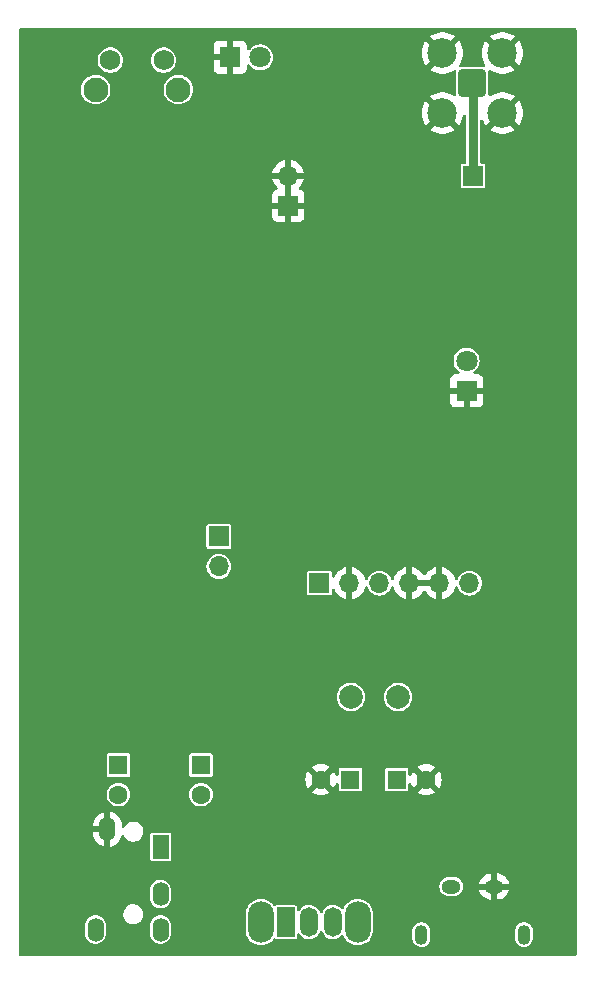
<source format=gbr>
%TF.GenerationSoftware,KiCad,Pcbnew,7.0.11+dfsg-1build4*%
%TF.CreationDate,2024-05-02T22:23:34+02:00*%
%TF.ProjectId,X1-01M-carrier,58312d30-314d-42d6-9361-72726965722e,rev?*%
%TF.SameCoordinates,Original*%
%TF.FileFunction,Copper,L1,Top*%
%TF.FilePolarity,Positive*%
%FSLAX46Y46*%
G04 Gerber Fmt 4.6, Leading zero omitted, Abs format (unit mm)*
G04 Created by KiCad (PCBNEW 7.0.11+dfsg-1build4) date 2024-05-02 22:23:34*
%MOMM*%
%LPD*%
G01*
G04 APERTURE LIST*
G04 Aperture macros list*
%AMRoundRect*
0 Rectangle with rounded corners*
0 $1 Rounding radius*
0 $2 $3 $4 $5 $6 $7 $8 $9 X,Y pos of 4 corners*
0 Add a 4 corners polygon primitive as box body*
4,1,4,$2,$3,$4,$5,$6,$7,$8,$9,$2,$3,0*
0 Add four circle primitives for the rounded corners*
1,1,$1+$1,$2,$3*
1,1,$1+$1,$4,$5*
1,1,$1+$1,$6,$7*
1,1,$1+$1,$8,$9*
0 Add four rect primitives between the rounded corners*
20,1,$1+$1,$2,$3,$4,$5,0*
20,1,$1+$1,$4,$5,$6,$7,0*
20,1,$1+$1,$6,$7,$8,$9,0*
20,1,$1+$1,$8,$9,$2,$3,0*%
G04 Aperture macros list end*
%TA.AperFunction,ComponentPad*%
%ADD10O,1.700000X1.700000*%
%TD*%
%TA.AperFunction,ComponentPad*%
%ADD11R,1.700000X1.700000*%
%TD*%
%TA.AperFunction,ComponentPad*%
%ADD12C,1.600000*%
%TD*%
%TA.AperFunction,ComponentPad*%
%ADD13R,1.600000X1.600000*%
%TD*%
%TA.AperFunction,ComponentPad*%
%ADD14O,1.400000X2.000000*%
%TD*%
%TA.AperFunction,ComponentPad*%
%ADD15R,1.400000X2.000000*%
%TD*%
%TA.AperFunction,ComponentPad*%
%ADD16O,2.200000X3.500000*%
%TD*%
%TA.AperFunction,ComponentPad*%
%ADD17R,1.500000X2.500000*%
%TD*%
%TA.AperFunction,ComponentPad*%
%ADD18O,1.500000X2.500000*%
%TD*%
%TA.AperFunction,ComponentPad*%
%ADD19C,2.000000*%
%TD*%
%TA.AperFunction,ComponentPad*%
%ADD20O,1.100000X1.700000*%
%TD*%
%TA.AperFunction,ComponentPad*%
%ADD21O,1.600000X1.200000*%
%TD*%
%TA.AperFunction,ComponentPad*%
%ADD22R,1.800000X1.800000*%
%TD*%
%TA.AperFunction,ComponentPad*%
%ADD23C,1.800000*%
%TD*%
%TA.AperFunction,ComponentPad*%
%ADD24C,1.750000*%
%TD*%
%TA.AperFunction,ComponentPad*%
%ADD25C,2.100000*%
%TD*%
%TA.AperFunction,ComponentPad*%
%ADD26C,2.500000*%
%TD*%
%TA.AperFunction,ComponentPad*%
%ADD27RoundRect,0.200100X-0.949900X-0.949900X0.949900X-0.949900X0.949900X0.949900X-0.949900X0.949900X0*%
%TD*%
%TA.AperFunction,ViaPad*%
%ADD28C,0.800000*%
%TD*%
%TA.AperFunction,Conductor*%
%ADD29C,0.800000*%
%TD*%
G04 APERTURE END LIST*
D10*
%TO.P,J2,2,Pin_2*%
%TO.N,Net-(J2-Pin_2)*%
X130023112Y-101645800D03*
D11*
%TO.P,J2,1,Pin_1*%
%TO.N,Net-(J2-Pin_1)*%
X130023112Y-99105800D03*
%TD*%
D12*
%TO.P,C2,2*%
%TO.N,Net-(C2-Pad2)*%
X128499112Y-120954800D03*
D13*
%TO.P,C2,1*%
%TO.N,Net-(U2-Right_Channel)*%
X128499112Y-118454800D03*
%TD*%
D14*
%TO.P,J1,*%
%TO.N,*%
X119584112Y-132390300D03*
%TO.P,J1,R1*%
%TO.N,Net-(C2-Pad2)*%
X125084112Y-129390300D03*
%TO.P,J1,R2*%
%TO.N,unconnected-(J1-PadR2)*%
X125084112Y-132390300D03*
%TO.P,J1,S*%
%TO.N,GND*%
X120584112Y-123890300D03*
D15*
%TO.P,J1,T*%
%TO.N,Net-(C1-Pad2)*%
X125084112Y-125390300D03*
%TD*%
D16*
%TO.P,SW1,*%
%TO.N,*%
X133579112Y-131749800D03*
X141779112Y-131749800D03*
D17*
%TO.P,SW1,1,A*%
%TO.N,Net-(SW1-A)*%
X135679112Y-131749800D03*
D18*
%TO.P,SW1,2,B*%
%TO.N,Net-(SW1-B)*%
X137679112Y-131749800D03*
%TO.P,SW1,3,C*%
%TO.N,unconnected-(SW1-C-Pad3)*%
X139679112Y-131749800D03*
%TD*%
D19*
%TO.P,L1,2,2*%
%TO.N,+5V*%
X145199112Y-112699800D03*
%TO.P,L1,1,1*%
%TO.N,Net-(SW1-A)*%
X141199112Y-112699800D03*
%TD*%
D20*
%TO.P,U1,S1,SHIELD*%
%TO.N,unconnected-(U1-SHIELD-PadS1)*%
X155847612Y-132823300D03*
X147157612Y-132823300D03*
D21*
%TO.P,U1,2,VBUS*%
%TO.N,Net-(SW1-B)*%
X149697612Y-128743300D03*
%TO.P,U1,1,GND*%
%TO.N,GND*%
X153317612Y-128743300D03*
%TD*%
D12*
%TO.P,C4,2*%
%TO.N,GND*%
X147574000Y-119684800D03*
D13*
%TO.P,C4,1*%
%TO.N,+5V*%
X145074000Y-119684800D03*
%TD*%
D12*
%TO.P,C3,2*%
%TO.N,GND*%
X138659112Y-119684800D03*
D13*
%TO.P,C3,1*%
%TO.N,Net-(SW1-A)*%
X141159112Y-119684800D03*
%TD*%
D22*
%TO.P,D1,1,K*%
%TO.N,GND*%
X130989112Y-58537300D03*
D23*
%TO.P,D1,2,A*%
%TO.N,Net-(D1-A)*%
X133529112Y-58537300D03*
%TD*%
D24*
%TO.P,SW2,2,2*%
%TO.N,Net-(J2-Pin_1)*%
X125334112Y-58774800D03*
%TO.P,SW2,1,1*%
%TO.N,Net-(J2-Pin_2)*%
X120834112Y-58774800D03*
D25*
%TO.P,SW2,*%
%TO.N,*%
X126594112Y-61264800D03*
X119584112Y-61264800D03*
%TD*%
D26*
%TO.P,J3,2,Ext*%
%TO.N,GND*%
X154026112Y-63251300D03*
X154026112Y-58171300D03*
X148946112Y-63251300D03*
X148946112Y-58171300D03*
D27*
%TO.P,J3,1,In*%
%TO.N,Net-(J3-In)*%
X151486112Y-60711300D03*
%TD*%
D12*
%TO.P,C1,2*%
%TO.N,Net-(C1-Pad2)*%
X121514112Y-120954800D03*
D13*
%TO.P,C1,1*%
%TO.N,Net-(U2-Left_Channel)*%
X121514112Y-118454800D03*
%TD*%
D11*
%TO.P,U2,1,Left_Channel*%
%TO.N,Net-(U2-Left_Channel)*%
X138532112Y-103047800D03*
D10*
%TO.P,U2,2,GND*%
%TO.N,GND*%
X141072112Y-103047800D03*
%TO.P,U2,3,Right_Channel*%
%TO.N,Net-(U2-Right_Channel)*%
X143612112Y-103047800D03*
%TO.P,U2,4,GND*%
%TO.N,GND*%
X146152112Y-103047800D03*
%TO.P,U2,5,GND*%
X148692112Y-103047800D03*
%TO.P,U2,6,+5V*%
%TO.N,+5V*%
X151232112Y-103047800D03*
D22*
%TO.P,U2,7,GND*%
%TO.N,GND*%
X150992112Y-86757800D03*
D23*
%TO.P,U2,8,LED*%
%TO.N,Net-(D1-A)*%
X150992112Y-84217800D03*
D11*
%TO.P,U2,9,Antenna*%
%TO.N,Net-(J3-In)*%
X151542112Y-68587800D03*
D10*
%TO.P,U2,10,GND*%
%TO.N,GND*%
X135892112Y-68547800D03*
D11*
%TO.P,U2,11,GND*%
X135892112Y-71087800D03*
%TD*%
D28*
%TO.N,GND*%
X158659112Y-132506300D03*
X158659112Y-129966300D03*
X158659112Y-127426300D03*
X158659112Y-124886300D03*
X158659112Y-122346300D03*
X158659112Y-119806300D03*
X158659112Y-117266300D03*
X158659112Y-114726300D03*
X158659112Y-112186300D03*
X158659112Y-109646300D03*
X158659112Y-107106300D03*
X158659112Y-104566300D03*
X158659112Y-102026300D03*
X158659112Y-99486300D03*
X158659112Y-96946300D03*
X158659112Y-94406300D03*
X158659112Y-91866300D03*
X158659112Y-89326300D03*
X158659112Y-86786300D03*
X158659112Y-84246300D03*
X158659112Y-81706300D03*
X158659112Y-79166300D03*
X158659112Y-76626300D03*
X158659112Y-74086300D03*
X158659112Y-71546300D03*
X158659112Y-69006300D03*
X158659112Y-66466300D03*
X158659112Y-63926300D03*
X158659112Y-61386300D03*
X158659112Y-58846300D03*
X156119112Y-129966300D03*
X156119112Y-127426300D03*
X156119112Y-124886300D03*
X156119112Y-122346300D03*
X156119112Y-119806300D03*
X156119112Y-117266300D03*
X156119112Y-114726300D03*
X156119112Y-112186300D03*
X156119112Y-109646300D03*
X156119112Y-107106300D03*
X156119112Y-104566300D03*
X156119112Y-102026300D03*
X156119112Y-99486300D03*
X156119112Y-96946300D03*
X156119112Y-94406300D03*
X156119112Y-91866300D03*
X156119112Y-89326300D03*
X156119112Y-86786300D03*
X156119112Y-84246300D03*
X156119112Y-81706300D03*
X156119112Y-79166300D03*
X156119112Y-76626300D03*
X156119112Y-74086300D03*
X156119112Y-71546300D03*
X156119112Y-69006300D03*
X156119112Y-66466300D03*
X156119112Y-61386300D03*
X153579112Y-132506300D03*
X153579112Y-124886300D03*
X153579112Y-122346300D03*
X153579112Y-119806300D03*
X153579112Y-117266300D03*
X153579112Y-114726300D03*
X153579112Y-112186300D03*
X153579112Y-109646300D03*
X153579112Y-107106300D03*
X153579112Y-104566300D03*
X153579112Y-102026300D03*
X153579112Y-99486300D03*
X153579112Y-96946300D03*
X153579112Y-94406300D03*
X153579112Y-91866300D03*
X153579112Y-89326300D03*
X153579112Y-86786300D03*
X153579112Y-84246300D03*
X153579112Y-81706300D03*
X153579112Y-79166300D03*
X153579112Y-76626300D03*
X153579112Y-74086300D03*
X153579112Y-71546300D03*
X153579112Y-69006300D03*
X153579112Y-66466300D03*
X151039112Y-132506300D03*
X151039112Y-124886300D03*
X151039112Y-122346300D03*
X151039112Y-119806300D03*
X151039112Y-117266300D03*
X151039112Y-114726300D03*
X151039112Y-99486300D03*
X151039112Y-96946300D03*
X151039112Y-94406300D03*
X151039112Y-91866300D03*
X151039112Y-89326300D03*
X151039112Y-81706300D03*
X151039112Y-79166300D03*
X151039112Y-76626300D03*
X151039112Y-74086300D03*
X151039112Y-71546300D03*
X148499112Y-124886300D03*
X148499112Y-122346300D03*
X148499112Y-117266300D03*
X148499112Y-114726300D03*
X148499112Y-109646300D03*
X148499112Y-107106300D03*
X148499112Y-99486300D03*
X148499112Y-96946300D03*
X148499112Y-94406300D03*
X148499112Y-91866300D03*
X148499112Y-89326300D03*
X148499112Y-86786300D03*
X148499112Y-81706300D03*
X148499112Y-79166300D03*
X148499112Y-76626300D03*
X148499112Y-74086300D03*
X148499112Y-71546300D03*
X148499112Y-69006300D03*
X148499112Y-66466300D03*
X145959112Y-129966300D03*
X145959112Y-124886300D03*
X145959112Y-122346300D03*
X145959112Y-109646300D03*
X145959112Y-107106300D03*
X145959112Y-99486300D03*
X145959112Y-96946300D03*
X145959112Y-94406300D03*
X145959112Y-91866300D03*
X145959112Y-89326300D03*
X145959112Y-86786300D03*
X145959112Y-81706300D03*
X145959112Y-79166300D03*
X145959112Y-76626300D03*
X145959112Y-74086300D03*
X145959112Y-71546300D03*
X145959112Y-69006300D03*
X145959112Y-66466300D03*
X145959112Y-63926300D03*
X145959112Y-61386300D03*
X145959112Y-58846300D03*
X143419112Y-124886300D03*
X143419112Y-122346300D03*
X143419112Y-117266300D03*
X143419112Y-114726300D03*
X143419112Y-109646300D03*
X143419112Y-107106300D03*
X143419112Y-99486300D03*
X143419112Y-96946300D03*
X143419112Y-94406300D03*
X143419112Y-91866300D03*
X143419112Y-89326300D03*
X143419112Y-86786300D03*
X143419112Y-79166300D03*
X143419112Y-76626300D03*
X143419112Y-74086300D03*
X143419112Y-71546300D03*
X143419112Y-69006300D03*
X143419112Y-66466300D03*
X143419112Y-63926300D03*
X143419112Y-61386300D03*
X143419112Y-58846300D03*
X140879112Y-124886300D03*
X140879112Y-109646300D03*
X140879112Y-99486300D03*
X140879112Y-96946300D03*
X140879112Y-94406300D03*
X140879112Y-91866300D03*
X140879112Y-89326300D03*
X140879112Y-86786300D03*
X140879112Y-84246300D03*
X140879112Y-61386300D03*
X140879112Y-58846300D03*
X138339112Y-117266300D03*
X138339112Y-114726300D03*
X138339112Y-112186300D03*
X138339112Y-109646300D03*
X138339112Y-99486300D03*
X138339112Y-96946300D03*
X138339112Y-94406300D03*
X138339112Y-91866300D03*
X138339112Y-89326300D03*
X138339112Y-86786300D03*
X138339112Y-84246300D03*
X138339112Y-81706300D03*
X138339112Y-79166300D03*
X138339112Y-76626300D03*
X138339112Y-74086300D03*
X138339112Y-71546300D03*
X138339112Y-69006300D03*
X138339112Y-66466300D03*
X138339112Y-61386300D03*
X138339112Y-58846300D03*
X135799112Y-119806300D03*
X135799112Y-117266300D03*
X135799112Y-114726300D03*
X135799112Y-112186300D03*
X135799112Y-109646300D03*
X135799112Y-102026300D03*
X135799112Y-99486300D03*
X135799112Y-96946300D03*
X135799112Y-94406300D03*
X135799112Y-91866300D03*
X135799112Y-89326300D03*
X135799112Y-86786300D03*
X135799112Y-84246300D03*
X135799112Y-81706300D03*
X135799112Y-79166300D03*
X135799112Y-76626300D03*
X135799112Y-74086300D03*
X135799112Y-66466300D03*
X135799112Y-61386300D03*
X135799112Y-58846300D03*
X133259112Y-127426300D03*
X133259112Y-124886300D03*
X133259112Y-122346300D03*
X133259112Y-119806300D03*
X133259112Y-117266300D03*
X133259112Y-114726300D03*
X133259112Y-112186300D03*
X133259112Y-109646300D03*
X133259112Y-102026300D03*
X133259112Y-99486300D03*
X133259112Y-96946300D03*
X133259112Y-94406300D03*
X133259112Y-91866300D03*
X133259112Y-89326300D03*
X133259112Y-86786300D03*
X133259112Y-84246300D03*
X133259112Y-81706300D03*
X133259112Y-79166300D03*
X133259112Y-76626300D03*
X133259112Y-74086300D03*
X133259112Y-71546300D03*
X133259112Y-69006300D03*
X133259112Y-66466300D03*
X130719112Y-132506300D03*
X130719112Y-129966300D03*
X130719112Y-127426300D03*
X130719112Y-124886300D03*
X130719112Y-122346300D03*
X130719112Y-119806300D03*
X130719112Y-117266300D03*
X130719112Y-114726300D03*
X130719112Y-112186300D03*
X130719112Y-107106300D03*
X130719112Y-96946300D03*
X130719112Y-94406300D03*
X130719112Y-91866300D03*
X130719112Y-89326300D03*
X130719112Y-86786300D03*
X130719112Y-84246300D03*
X130719112Y-81706300D03*
X130719112Y-79166300D03*
X130719112Y-76626300D03*
X130719112Y-74086300D03*
X130719112Y-71546300D03*
X130719112Y-69006300D03*
X130719112Y-66466300D03*
X130719112Y-63926300D03*
X130719112Y-61386300D03*
X128179112Y-132506300D03*
X128179112Y-129966300D03*
X128179112Y-109646300D03*
X128179112Y-96946300D03*
X128179112Y-94406300D03*
X128179112Y-91866300D03*
X128179112Y-89326300D03*
X128179112Y-86786300D03*
X128179112Y-84246300D03*
X128179112Y-81706300D03*
X128179112Y-79166300D03*
X128179112Y-76626300D03*
X128179112Y-74086300D03*
X128179112Y-71546300D03*
X128179112Y-69006300D03*
X128179112Y-66466300D03*
X128179112Y-63926300D03*
X128179112Y-58846300D03*
X125639112Y-119806300D03*
X125639112Y-117266300D03*
X125639112Y-114726300D03*
X125639112Y-112186300D03*
X125639112Y-104566300D03*
X125639112Y-102026300D03*
X125639112Y-94406300D03*
X125639112Y-91866300D03*
X125639112Y-89326300D03*
X125639112Y-86786300D03*
X125639112Y-84246300D03*
X125639112Y-81706300D03*
X125639112Y-79166300D03*
X125639112Y-76626300D03*
X125639112Y-74086300D03*
X125639112Y-71546300D03*
X125639112Y-69006300D03*
X125639112Y-66466300D03*
X125639112Y-63926300D03*
X123099112Y-127426300D03*
X123099112Y-114726300D03*
X123099112Y-107106300D03*
X123099112Y-104566300D03*
X123099112Y-102026300D03*
X123099112Y-99486300D03*
X120559112Y-129966300D03*
X120559112Y-127426300D03*
X120559112Y-109646300D03*
X120559112Y-107106300D03*
X120559112Y-104566300D03*
X120559112Y-102026300D03*
X120559112Y-99486300D03*
X120559112Y-96946300D03*
X120559112Y-94406300D03*
X120559112Y-91866300D03*
X120559112Y-89326300D03*
X120559112Y-86786300D03*
X120559112Y-84246300D03*
X120559112Y-81706300D03*
X120559112Y-79166300D03*
X120559112Y-76626300D03*
X120559112Y-74086300D03*
X120559112Y-71546300D03*
X120559112Y-69006300D03*
X120559112Y-66466300D03*
X120559112Y-63926300D03*
X118019112Y-129966300D03*
X118019112Y-127426300D03*
X118019112Y-124886300D03*
X118019112Y-122346300D03*
X118019112Y-119806300D03*
X118019112Y-117266300D03*
X118019112Y-114726300D03*
X118019112Y-112186300D03*
X118019112Y-109646300D03*
X118019112Y-107106300D03*
X118019112Y-104566300D03*
X118019112Y-102026300D03*
X118019112Y-99486300D03*
X118019112Y-96946300D03*
X118019112Y-94406300D03*
X118019112Y-91866300D03*
X118019112Y-89326300D03*
X118019112Y-86786300D03*
X118019112Y-84246300D03*
X118019112Y-81706300D03*
X118019112Y-79166300D03*
X118019112Y-76626300D03*
X118019112Y-74086300D03*
X118019112Y-71546300D03*
X118019112Y-69006300D03*
X118019112Y-66466300D03*
X118019112Y-63926300D03*
X118019112Y-58846300D03*
X115479112Y-132506300D03*
X115479112Y-129966300D03*
X115479112Y-127426300D03*
X115479112Y-124886300D03*
X115479112Y-122346300D03*
X115479112Y-119806300D03*
X115479112Y-117266300D03*
X115479112Y-114726300D03*
X115479112Y-112186300D03*
X115479112Y-109646300D03*
X115479112Y-107106300D03*
X115479112Y-104566300D03*
X115479112Y-102026300D03*
X115479112Y-99486300D03*
X115479112Y-96946300D03*
X115479112Y-94406300D03*
X115479112Y-91866300D03*
X115479112Y-89326300D03*
X115479112Y-86786300D03*
X115479112Y-84246300D03*
X115479112Y-81706300D03*
X115479112Y-79166300D03*
X115479112Y-76626300D03*
X115479112Y-74086300D03*
X115479112Y-71546300D03*
X115479112Y-69006300D03*
X115479112Y-66466300D03*
X115479112Y-63926300D03*
X115479112Y-61386300D03*
X115479112Y-58846300D03*
%TD*%
D29*
%TO.N,Net-(J3-In)*%
X151542112Y-68587800D02*
X151542112Y-60767300D01*
X151542112Y-60767300D02*
X151486112Y-60711300D01*
X151542112Y-60558800D02*
X151486112Y-60502800D01*
%TD*%
%TA.AperFunction,Conductor*%
%TO.N,GND*%
G36*
X148232619Y-102837956D02*
G01*
X148192112Y-102975911D01*
X148192112Y-103119689D01*
X148232619Y-103257644D01*
X148260996Y-103301800D01*
X146583228Y-103301800D01*
X146611605Y-103257644D01*
X146652112Y-103119689D01*
X146652112Y-102975911D01*
X146611605Y-102837956D01*
X146583228Y-102793800D01*
X148260996Y-102793800D01*
X148232619Y-102837956D01*
G37*
%TD.AperFunction*%
%TA.AperFunction,Conductor*%
G36*
X136146112Y-70654125D02*
G01*
X136034427Y-70603120D01*
X135927875Y-70587800D01*
X135856349Y-70587800D01*
X135749797Y-70603120D01*
X135638112Y-70654125D01*
X135638112Y-68981474D01*
X135749797Y-69032480D01*
X135856349Y-69047800D01*
X135927875Y-69047800D01*
X136034427Y-69032480D01*
X136146112Y-68981474D01*
X136146112Y-70654125D01*
G37*
%TD.AperFunction*%
%TA.AperFunction,Conductor*%
G36*
X160251433Y-56093902D02*
G01*
X160297926Y-56147558D01*
X160309312Y-56199900D01*
X160309312Y-134484700D01*
X160289310Y-134552821D01*
X160235654Y-134599314D01*
X160183312Y-134610700D01*
X113216712Y-134610700D01*
X113148591Y-134590698D01*
X113102098Y-134537042D01*
X113090712Y-134484700D01*
X113090712Y-132737497D01*
X118683612Y-132737497D01*
X118698437Y-132878556D01*
X118756930Y-133058578D01*
X118756934Y-133058586D01*
X118851577Y-133222514D01*
X118851578Y-133222516D01*
X118978238Y-133363186D01*
X119131379Y-133474449D01*
X119131379Y-133474450D01*
X119178724Y-133495529D01*
X119304309Y-133551444D01*
X119489466Y-133590800D01*
X119678758Y-133590800D01*
X119863915Y-133551444D01*
X120036842Y-133474451D01*
X120036842Y-133474450D01*
X120036844Y-133474450D01*
X120036844Y-133474449D01*
X120189983Y-133363188D01*
X120249079Y-133297556D01*
X120316645Y-133222516D01*
X120316646Y-133222514D01*
X120411291Y-133058584D01*
X120469786Y-132878556D01*
X120484611Y-132737497D01*
X124183612Y-132737497D01*
X124198437Y-132878556D01*
X124256930Y-133058578D01*
X124256934Y-133058586D01*
X124351577Y-133222514D01*
X124351578Y-133222516D01*
X124478238Y-133363186D01*
X124631379Y-133474449D01*
X124631379Y-133474450D01*
X124678724Y-133495529D01*
X124804309Y-133551444D01*
X124989466Y-133590800D01*
X125178758Y-133590800D01*
X125363915Y-133551444D01*
X125536842Y-133474451D01*
X125536842Y-133474450D01*
X125536844Y-133474450D01*
X125536844Y-133474449D01*
X125689983Y-133363188D01*
X125749079Y-133297556D01*
X125816645Y-133222516D01*
X125816646Y-133222514D01*
X125911291Y-133058584D01*
X125969786Y-132878556D01*
X125984612Y-132737492D01*
X125984612Y-132456584D01*
X132278612Y-132456584D01*
X132280625Y-132479591D01*
X132293477Y-132626495D01*
X132352372Y-132846293D01*
X132352374Y-132846298D01*
X132448545Y-133052537D01*
X132579060Y-133238934D01*
X132579069Y-133238944D01*
X132739967Y-133399842D01*
X132739977Y-133399851D01*
X132926374Y-133530366D01*
X132926373Y-133530366D01*
X132943849Y-133538515D01*
X133132616Y-133626539D01*
X133352420Y-133685435D01*
X133579112Y-133705268D01*
X133805804Y-133685435D01*
X134025608Y-133626539D01*
X134231846Y-133530368D01*
X134231849Y-133530366D01*
X134418246Y-133399851D01*
X134418248Y-133399848D01*
X134418251Y-133399847D01*
X134579159Y-133238939D01*
X134619036Y-133181987D01*
X134674493Y-133137658D01*
X134745112Y-133130348D01*
X134792252Y-133149492D01*
X134850879Y-133188666D01*
X134850881Y-133188667D01*
X134909364Y-133200300D01*
X134909365Y-133200300D01*
X136448859Y-133200300D01*
X136448860Y-133200300D01*
X136507343Y-133188667D01*
X136573664Y-133144352D01*
X136617979Y-133078031D01*
X136629612Y-133019548D01*
X136629612Y-132804179D01*
X136649614Y-132736058D01*
X136703270Y-132689565D01*
X136773544Y-132679461D01*
X136838124Y-132708955D01*
X136865780Y-132743031D01*
X136894954Y-132795594D01*
X137006267Y-132925255D01*
X137020872Y-132942268D01*
X137173739Y-133060596D01*
X137347296Y-133145730D01*
X137534438Y-133194185D01*
X137534443Y-133194185D01*
X137534446Y-133194186D01*
X137727502Y-133203976D01*
X137918586Y-133174703D01*
X138099865Y-133107564D01*
X138263919Y-133005309D01*
X138404031Y-132872123D01*
X138514465Y-132713458D01*
X138561647Y-132603508D01*
X138606892Y-132548797D01*
X138674534Y-132527231D01*
X138743097Y-132545659D01*
X138790813Y-132598229D01*
X138797656Y-132615475D01*
X138801133Y-132626558D01*
X138801137Y-132626566D01*
X138894954Y-132795594D01*
X139006267Y-132925255D01*
X139020872Y-132942268D01*
X139173739Y-133060596D01*
X139347296Y-133145730D01*
X139534438Y-133194185D01*
X139534443Y-133194185D01*
X139534446Y-133194186D01*
X139727502Y-133203976D01*
X139918586Y-133174703D01*
X140099865Y-133107564D01*
X140263919Y-133005309D01*
X140388188Y-132887182D01*
X140451341Y-132854747D01*
X140522005Y-132861603D01*
X140577745Y-132905576D01*
X140589191Y-132925255D01*
X140648543Y-133052533D01*
X140648545Y-133052537D01*
X140779060Y-133238934D01*
X140779069Y-133238944D01*
X140939967Y-133399842D01*
X140939977Y-133399851D01*
X141126374Y-133530366D01*
X141126373Y-133530366D01*
X141143849Y-133538515D01*
X141332616Y-133626539D01*
X141552420Y-133685435D01*
X141779112Y-133705268D01*
X142005804Y-133685435D01*
X142225608Y-133626539D01*
X142431846Y-133530368D01*
X142431849Y-133530366D01*
X142618246Y-133399851D01*
X142618248Y-133399848D01*
X142618251Y-133399847D01*
X142779159Y-133238939D01*
X142790659Y-133222516D01*
X142829523Y-133167012D01*
X146407112Y-133167012D01*
X146422370Y-133297554D01*
X146422371Y-133297556D01*
X146459603Y-133399851D01*
X146482375Y-133462417D01*
X146482378Y-133462422D01*
X146482380Y-133462425D01*
X146578779Y-133608993D01*
X146578781Y-133608995D01*
X146578782Y-133608996D01*
X146706394Y-133729392D01*
X146858331Y-133817112D01*
X147026402Y-133867430D01*
X147201547Y-133877631D01*
X147374323Y-133847165D01*
X147535416Y-133777677D01*
X147676142Y-133672910D01*
X147788914Y-133538514D01*
X147867652Y-133381733D01*
X147908112Y-133211021D01*
X147908112Y-133167012D01*
X155097112Y-133167012D01*
X155112370Y-133297554D01*
X155112371Y-133297556D01*
X155149603Y-133399851D01*
X155172375Y-133462417D01*
X155172378Y-133462422D01*
X155172380Y-133462425D01*
X155268779Y-133608993D01*
X155268781Y-133608995D01*
X155268782Y-133608996D01*
X155396394Y-133729392D01*
X155548331Y-133817112D01*
X155716402Y-133867430D01*
X155891547Y-133877631D01*
X156064323Y-133847165D01*
X156225416Y-133777677D01*
X156366142Y-133672910D01*
X156478914Y-133538514D01*
X156557652Y-133381733D01*
X156598112Y-133211021D01*
X156598112Y-132479591D01*
X156593732Y-132442121D01*
X156582853Y-132349045D01*
X156582852Y-132349043D01*
X156522849Y-132184183D01*
X156472798Y-132108084D01*
X156426444Y-132037606D01*
X156298831Y-131917209D01*
X156298827Y-131917206D01*
X156146894Y-131829488D01*
X156090869Y-131812715D01*
X155978822Y-131779170D01*
X155920440Y-131775769D01*
X155803681Y-131768969D01*
X155803679Y-131768969D01*
X155803678Y-131768969D01*
X155803677Y-131768969D01*
X155630901Y-131799435D01*
X155630899Y-131799436D01*
X155469804Y-131868924D01*
X155329084Y-131973687D01*
X155216310Y-132108084D01*
X155137572Y-132264865D01*
X155097112Y-132435580D01*
X155097112Y-133167012D01*
X147908112Y-133167012D01*
X147908112Y-132479591D01*
X147903732Y-132442121D01*
X147892853Y-132349045D01*
X147892852Y-132349043D01*
X147832849Y-132184183D01*
X147782798Y-132108084D01*
X147736444Y-132037606D01*
X147608831Y-131917209D01*
X147608827Y-131917206D01*
X147456894Y-131829488D01*
X147400869Y-131812715D01*
X147288822Y-131779170D01*
X147230440Y-131775769D01*
X147113681Y-131768969D01*
X147113679Y-131768969D01*
X147113678Y-131768969D01*
X147113677Y-131768969D01*
X146940901Y-131799435D01*
X146940899Y-131799436D01*
X146779804Y-131868924D01*
X146639084Y-131973687D01*
X146526310Y-132108084D01*
X146447572Y-132264865D01*
X146407112Y-132435580D01*
X146407112Y-133167012D01*
X142829523Y-133167012D01*
X142909678Y-133052537D01*
X142909678Y-133052536D01*
X142909680Y-133052534D01*
X143005851Y-132846296D01*
X143064747Y-132626492D01*
X143079612Y-132456584D01*
X143079612Y-131043016D01*
X143064747Y-130873108D01*
X143005851Y-130653304D01*
X142909680Y-130447066D01*
X142909679Y-130447065D01*
X142909678Y-130447062D01*
X142779163Y-130260665D01*
X142779154Y-130260655D01*
X142618256Y-130099757D01*
X142618246Y-130099748D01*
X142431849Y-129969233D01*
X142431850Y-129969233D01*
X142225610Y-129873062D01*
X142225605Y-129873060D01*
X142005807Y-129814165D01*
X141779112Y-129794332D01*
X141552416Y-129814165D01*
X141332618Y-129873060D01*
X141332613Y-129873062D01*
X141126374Y-129969233D01*
X140939977Y-130099748D01*
X140939967Y-130099757D01*
X140779069Y-130260655D01*
X140779060Y-130260665D01*
X140648545Y-130447062D01*
X140648543Y-130447066D01*
X140588243Y-130576378D01*
X140541326Y-130629663D01*
X140473048Y-130649123D01*
X140405089Y-130628581D01*
X140378447Y-130605202D01*
X140337352Y-130557332D01*
X140184485Y-130439004D01*
X140184481Y-130439002D01*
X140184480Y-130439001D01*
X140094592Y-130394909D01*
X140010928Y-130353870D01*
X140010925Y-130353869D01*
X139899029Y-130324897D01*
X139823786Y-130305415D01*
X139823784Y-130305414D01*
X139823781Y-130305414D01*
X139823777Y-130305413D01*
X139630721Y-130295623D01*
X139439637Y-130324897D01*
X139258356Y-130392037D01*
X139094305Y-130494290D01*
X138954192Y-130627478D01*
X138954190Y-130627480D01*
X138843757Y-130786143D01*
X138843756Y-130786144D01*
X138796575Y-130896090D01*
X138751330Y-130950802D01*
X138683688Y-130972368D01*
X138615125Y-130953939D01*
X138567409Y-130901368D01*
X138560565Y-130884120D01*
X138557086Y-130873032D01*
X138463269Y-130704005D01*
X138337357Y-130557338D01*
X138337352Y-130557332D01*
X138184485Y-130439004D01*
X138184481Y-130439002D01*
X138184480Y-130439001D01*
X138094592Y-130394909D01*
X138010928Y-130353870D01*
X138010925Y-130353869D01*
X137899029Y-130324897D01*
X137823786Y-130305415D01*
X137823784Y-130305414D01*
X137823781Y-130305414D01*
X137823777Y-130305413D01*
X137630721Y-130295623D01*
X137439637Y-130324897D01*
X137258356Y-130392037D01*
X137094305Y-130494290D01*
X136954192Y-130627478D01*
X136954190Y-130627480D01*
X136859028Y-130764203D01*
X136803695Y-130808687D01*
X136733097Y-130816195D01*
X136669647Y-130784342D01*
X136633490Y-130723242D01*
X136629612Y-130692223D01*
X136629612Y-130480053D01*
X136629611Y-130480049D01*
X136628497Y-130474451D01*
X136617979Y-130421569D01*
X136573664Y-130355248D01*
X136507343Y-130310933D01*
X136507340Y-130310932D01*
X136448862Y-130299300D01*
X136448860Y-130299300D01*
X134909364Y-130299300D01*
X134909361Y-130299300D01*
X134850883Y-130310932D01*
X134850880Y-130310933D01*
X134792251Y-130350108D01*
X134724498Y-130371322D01*
X134656031Y-130352538D01*
X134619037Y-130317612D01*
X134579163Y-130260665D01*
X134579154Y-130260655D01*
X134418256Y-130099757D01*
X134418246Y-130099748D01*
X134231849Y-129969233D01*
X134231850Y-129969233D01*
X134025610Y-129873062D01*
X134025605Y-129873060D01*
X133805807Y-129814165D01*
X133579112Y-129794332D01*
X133352416Y-129814165D01*
X133132618Y-129873060D01*
X133132613Y-129873062D01*
X132926374Y-129969233D01*
X132739977Y-130099748D01*
X132739967Y-130099757D01*
X132579069Y-130260655D01*
X132579060Y-130260665D01*
X132448545Y-130447062D01*
X132352374Y-130653301D01*
X132352372Y-130653306D01*
X132293477Y-130873104D01*
X132288071Y-130934892D01*
X132278612Y-131043016D01*
X132278612Y-132456584D01*
X125984612Y-132456584D01*
X125984612Y-132043108D01*
X125969786Y-131902044D01*
X125969786Y-131902043D01*
X125911293Y-131722021D01*
X125911289Y-131722013D01*
X125816646Y-131558085D01*
X125816645Y-131558083D01*
X125689985Y-131417413D01*
X125536844Y-131306150D01*
X125536844Y-131306149D01*
X125411257Y-131250234D01*
X125363915Y-131229156D01*
X125363913Y-131229155D01*
X125363912Y-131229155D01*
X125178758Y-131189800D01*
X124989466Y-131189800D01*
X124804311Y-131229155D01*
X124631379Y-131306149D01*
X124631379Y-131306150D01*
X124478238Y-131417413D01*
X124351578Y-131558083D01*
X124351577Y-131558085D01*
X124256934Y-131722013D01*
X124256930Y-131722021D01*
X124198437Y-131902043D01*
X124183612Y-132043102D01*
X124183612Y-132737497D01*
X120484611Y-132737497D01*
X120484612Y-132737492D01*
X120484612Y-132043108D01*
X120469786Y-131902044D01*
X120469786Y-131902043D01*
X120411293Y-131722021D01*
X120411289Y-131722013D01*
X120316646Y-131558085D01*
X120316645Y-131558083D01*
X120189985Y-131417413D01*
X120036844Y-131306150D01*
X120036844Y-131306149D01*
X119911257Y-131250234D01*
X119863915Y-131229156D01*
X119863913Y-131229155D01*
X119863912Y-131229155D01*
X119678758Y-131189800D01*
X119489466Y-131189800D01*
X119304311Y-131229155D01*
X119131379Y-131306149D01*
X119131379Y-131306150D01*
X118978238Y-131417413D01*
X118851578Y-131558083D01*
X118851577Y-131558085D01*
X118756934Y-131722013D01*
X118756930Y-131722021D01*
X118698437Y-131902043D01*
X118683612Y-132043102D01*
X118683612Y-132737497D01*
X113090712Y-132737497D01*
X113090712Y-131043983D01*
X121929852Y-131043983D01*
X121939866Y-131228704D01*
X121939868Y-131228715D01*
X121989355Y-131406951D01*
X121989358Y-131406959D01*
X122076011Y-131570404D01*
X122138653Y-131644151D01*
X122195775Y-131711400D01*
X122343048Y-131823354D01*
X122343051Y-131823356D01*
X122436833Y-131866744D01*
X122510945Y-131901032D01*
X122691615Y-131940800D01*
X122691618Y-131940800D01*
X122830217Y-131940800D01*
X122830225Y-131940800D01*
X122841477Y-131939576D01*
X122968015Y-131925815D01*
X122968017Y-131925814D01*
X122968022Y-131925814D01*
X123143333Y-131866744D01*
X123301848Y-131771370D01*
X123436153Y-131644149D01*
X123539970Y-131491030D01*
X123608443Y-131319175D01*
X123638372Y-131136617D01*
X123628357Y-130951893D01*
X123628054Y-130950802D01*
X123578868Y-130773648D01*
X123578867Y-130773647D01*
X123578866Y-130773641D01*
X123535700Y-130692223D01*
X123492212Y-130610195D01*
X123376908Y-130474450D01*
X123372449Y-130469200D01*
X123225176Y-130357246D01*
X123225175Y-130357245D01*
X123225172Y-130357243D01*
X123057278Y-130279567D01*
X122876615Y-130239801D01*
X122876612Y-130239800D01*
X122876609Y-130239800D01*
X122737999Y-130239800D01*
X122737989Y-130239800D01*
X122600208Y-130254784D01*
X122600199Y-130254786D01*
X122424891Y-130313855D01*
X122424888Y-130313857D01*
X122266378Y-130409228D01*
X122266377Y-130409229D01*
X122132073Y-130536448D01*
X122028251Y-130689573D01*
X121959781Y-130861422D01*
X121959780Y-130861425D01*
X121929852Y-131043982D01*
X121929852Y-131043983D01*
X113090712Y-131043983D01*
X113090712Y-129737497D01*
X124183612Y-129737497D01*
X124198437Y-129878556D01*
X124256930Y-130058578D01*
X124256934Y-130058586D01*
X124351577Y-130222514D01*
X124351578Y-130222516D01*
X124478238Y-130363186D01*
X124631379Y-130474449D01*
X124631379Y-130474450D01*
X124675941Y-130494290D01*
X124804309Y-130551444D01*
X124989466Y-130590800D01*
X125178758Y-130590800D01*
X125363915Y-130551444D01*
X125536842Y-130474451D01*
X125536842Y-130474450D01*
X125536844Y-130474450D01*
X125536844Y-130474449D01*
X125689983Y-130363188D01*
X125699573Y-130352538D01*
X125816645Y-130222516D01*
X125816646Y-130222514D01*
X125911291Y-130058584D01*
X125969786Y-129878556D01*
X125984612Y-129737492D01*
X125984612Y-129043108D01*
X125969786Y-128902044D01*
X125969786Y-128902043D01*
X125918207Y-128743300D01*
X148692047Y-128743300D01*
X148712244Y-128922555D01*
X148740317Y-129002784D01*
X148771823Y-129092822D01*
X148771824Y-129092825D01*
X148867794Y-129245560D01*
X148867795Y-129245562D01*
X148995349Y-129373116D01*
X148995351Y-129373117D01*
X149148086Y-129469087D01*
X149148087Y-129469087D01*
X149148090Y-129469089D01*
X149318357Y-129528668D01*
X149452658Y-129543800D01*
X149942566Y-129543800D01*
X150076867Y-129528668D01*
X150247134Y-129469089D01*
X150399874Y-129373116D01*
X150527428Y-129245562D01*
X150623401Y-129092822D01*
X150682980Y-128922555D01*
X150703177Y-128743300D01*
X150682980Y-128564045D01*
X150656826Y-128489300D01*
X152034738Y-128489300D01*
X152907961Y-128489300D01*
X152862002Y-128517757D01*
X152794411Y-128607262D01*
X152763717Y-128715140D01*
X152774066Y-128826821D01*
X152824060Y-128927222D01*
X152900930Y-128997300D01*
X152039092Y-128997300D01*
X152065787Y-129107338D01*
X152065789Y-129107345D01*
X152153689Y-129299815D01*
X152153691Y-129299819D01*
X152276433Y-129472187D01*
X152276434Y-129472188D01*
X152429576Y-129618209D01*
X152429577Y-129618210D01*
X152607587Y-129732608D01*
X152607592Y-129732611D01*
X152804026Y-129811252D01*
X152804032Y-129811253D01*
X153011806Y-129851299D01*
X153011815Y-129851300D01*
X153063612Y-129851300D01*
X153063612Y-129043300D01*
X153571612Y-129043300D01*
X153571612Y-129851182D01*
X153571613Y-129851183D01*
X153728245Y-129836227D01*
X153728260Y-129836224D01*
X153931289Y-129776610D01*
X154119366Y-129679649D01*
X154285697Y-129548844D01*
X154285703Y-129548839D01*
X154424268Y-129388925D01*
X154424269Y-129388924D01*
X154530066Y-129205677D01*
X154530070Y-129205668D01*
X154599274Y-129005715D01*
X154599276Y-129005709D01*
X154600485Y-128997300D01*
X153727263Y-128997300D01*
X153773222Y-128968843D01*
X153840813Y-128879338D01*
X153871507Y-128771460D01*
X153861158Y-128659779D01*
X153811164Y-128559378D01*
X153734294Y-128489300D01*
X154596131Y-128489300D01*
X154596131Y-128489299D01*
X154569436Y-128379261D01*
X154569434Y-128379254D01*
X154481534Y-128186784D01*
X154481532Y-128186780D01*
X154358790Y-128014412D01*
X154358789Y-128014411D01*
X154205647Y-127868390D01*
X154205646Y-127868389D01*
X154027636Y-127753991D01*
X154027631Y-127753988D01*
X153831197Y-127675347D01*
X153831191Y-127675346D01*
X153623417Y-127635300D01*
X153571612Y-127635300D01*
X153571612Y-128443300D01*
X153063612Y-128443300D01*
X153063612Y-127635416D01*
X153063611Y-127635415D01*
X152906978Y-127650372D01*
X152906963Y-127650375D01*
X152703934Y-127709989D01*
X152515857Y-127806950D01*
X152349526Y-127937755D01*
X152349520Y-127937760D01*
X152210955Y-128097674D01*
X152210954Y-128097675D01*
X152105157Y-128280922D01*
X152105153Y-128280931D01*
X152035949Y-128480884D01*
X152035947Y-128480890D01*
X152034738Y-128489300D01*
X150656826Y-128489300D01*
X150623401Y-128393778D01*
X150623399Y-128393775D01*
X150623399Y-128393774D01*
X150527429Y-128241039D01*
X150527428Y-128241037D01*
X150399874Y-128113483D01*
X150399872Y-128113482D01*
X150247137Y-128017512D01*
X150247134Y-128017511D01*
X150238275Y-128014411D01*
X150076867Y-127957932D01*
X149942566Y-127942800D01*
X149452658Y-127942800D01*
X149318357Y-127957932D01*
X149318354Y-127957932D01*
X149318354Y-127957933D01*
X149148089Y-128017511D01*
X149148086Y-128017512D01*
X148995351Y-128113482D01*
X148995349Y-128113483D01*
X148867795Y-128241037D01*
X148867794Y-128241039D01*
X148771824Y-128393774D01*
X148771823Y-128393777D01*
X148741343Y-128480884D01*
X148712244Y-128564045D01*
X148692047Y-128743300D01*
X125918207Y-128743300D01*
X125911293Y-128722021D01*
X125911289Y-128722013D01*
X125816646Y-128558085D01*
X125816645Y-128558083D01*
X125689985Y-128417413D01*
X125536844Y-128306150D01*
X125536844Y-128306149D01*
X125390600Y-128241037D01*
X125363915Y-128229156D01*
X125363913Y-128229155D01*
X125363912Y-128229155D01*
X125178758Y-128189800D01*
X124989466Y-128189800D01*
X124804311Y-128229155D01*
X124631379Y-128306149D01*
X124631379Y-128306150D01*
X124478238Y-128417413D01*
X124351578Y-128558083D01*
X124351577Y-128558085D01*
X124256934Y-128722013D01*
X124256930Y-128722021D01*
X124198437Y-128902043D01*
X124183612Y-129043102D01*
X124183612Y-129737497D01*
X113090712Y-129737497D01*
X113090712Y-126410048D01*
X124183612Y-126410048D01*
X124195245Y-126468531D01*
X124239560Y-126534852D01*
X124305881Y-126579167D01*
X124364364Y-126590800D01*
X124364365Y-126590800D01*
X125803859Y-126590800D01*
X125803860Y-126590800D01*
X125862343Y-126579167D01*
X125928664Y-126534852D01*
X125972979Y-126468531D01*
X125984612Y-126410048D01*
X125984612Y-124370552D01*
X125972979Y-124312069D01*
X125928664Y-124245748D01*
X125862343Y-124201433D01*
X125862340Y-124201432D01*
X125803862Y-124189800D01*
X125803860Y-124189800D01*
X124364364Y-124189800D01*
X124364361Y-124189800D01*
X124305883Y-124201432D01*
X124305880Y-124201433D01*
X124239560Y-124245748D01*
X124195245Y-124312068D01*
X124195244Y-124312071D01*
X124183612Y-124370549D01*
X124183612Y-124370552D01*
X124183612Y-126410048D01*
X113090712Y-126410048D01*
X113090712Y-124244546D01*
X119376112Y-124244546D01*
X119390721Y-124406870D01*
X119390723Y-124406881D01*
X119448566Y-124616468D01*
X119448571Y-124616482D01*
X119542911Y-124812382D01*
X119542916Y-124812390D01*
X119670724Y-124988303D01*
X119670725Y-124988304D01*
X119827889Y-125138568D01*
X120009361Y-125258357D01*
X120009373Y-125258363D01*
X120209298Y-125343815D01*
X120209315Y-125343821D01*
X120330111Y-125371391D01*
X120330112Y-125371391D01*
X120330112Y-124349950D01*
X120358569Y-124395910D01*
X120448074Y-124463501D01*
X120555952Y-124494195D01*
X120667633Y-124483846D01*
X120768034Y-124433852D01*
X120838112Y-124356981D01*
X120838112Y-125374924D01*
X120838113Y-125374925D01*
X120853992Y-125372775D01*
X120854011Y-125372770D01*
X121060802Y-125305581D01*
X121060803Y-125305581D01*
X121252280Y-125202543D01*
X121252287Y-125202539D01*
X121422291Y-125066964D01*
X121565356Y-124903214D01*
X121676875Y-124716562D01*
X121676880Y-124716552D01*
X121753287Y-124512966D01*
X121762878Y-124460115D01*
X121794721Y-124396660D01*
X121855815Y-124360494D01*
X121926764Y-124363099D01*
X121985041Y-124403648D01*
X121998175Y-124423591D01*
X122076011Y-124570403D01*
X122138653Y-124644151D01*
X122195775Y-124711400D01*
X122343048Y-124823354D01*
X122343051Y-124823356D01*
X122436833Y-124866744D01*
X122510945Y-124901032D01*
X122691615Y-124940800D01*
X122691618Y-124940800D01*
X122830217Y-124940800D01*
X122830225Y-124940800D01*
X122841477Y-124939576D01*
X122968015Y-124925815D01*
X122968017Y-124925814D01*
X122968022Y-124925814D01*
X123143333Y-124866744D01*
X123301848Y-124771370D01*
X123436153Y-124644149D01*
X123539970Y-124491030D01*
X123542833Y-124483846D01*
X123608442Y-124319177D01*
X123608443Y-124319174D01*
X123638372Y-124136617D01*
X123628357Y-123951893D01*
X123578866Y-123773641D01*
X123506052Y-123636300D01*
X123492212Y-123610195D01*
X123372454Y-123469206D01*
X123372449Y-123469200D01*
X123225176Y-123357246D01*
X123225175Y-123357245D01*
X123225172Y-123357243D01*
X123057278Y-123279567D01*
X122876615Y-123239801D01*
X122876612Y-123239800D01*
X122876609Y-123239800D01*
X122737999Y-123239800D01*
X122737989Y-123239800D01*
X122600208Y-123254784D01*
X122600199Y-123254786D01*
X122424891Y-123313855D01*
X122424888Y-123313857D01*
X122266378Y-123409228D01*
X122266377Y-123409229D01*
X122132073Y-123536448D01*
X122132071Y-123536451D01*
X122082072Y-123610195D01*
X122024420Y-123695225D01*
X122022809Y-123694133D01*
X121979851Y-123738160D01*
X121910668Y-123754103D01*
X121843848Y-123730111D01*
X121800606Y-123673802D01*
X121792112Y-123628323D01*
X121792112Y-123536053D01*
X121777502Y-123373729D01*
X121777500Y-123373718D01*
X121719657Y-123164131D01*
X121719652Y-123164117D01*
X121625312Y-122968217D01*
X121625307Y-122968209D01*
X121497499Y-122792296D01*
X121497498Y-122792295D01*
X121340334Y-122642031D01*
X121158862Y-122522242D01*
X121158860Y-122522241D01*
X120958907Y-122436778D01*
X120838112Y-122409207D01*
X120838112Y-123430649D01*
X120809655Y-123384690D01*
X120720150Y-123317099D01*
X120612272Y-123286405D01*
X120500591Y-123296754D01*
X120400190Y-123346748D01*
X120330112Y-123423618D01*
X120330112Y-122405673D01*
X120330111Y-122405673D01*
X120314219Y-122407826D01*
X120107419Y-122475019D01*
X119915943Y-122578056D01*
X119915936Y-122578060D01*
X119745932Y-122713635D01*
X119602867Y-122877385D01*
X119491348Y-123064037D01*
X119491343Y-123064047D01*
X119414936Y-123267632D01*
X119376112Y-123481574D01*
X119376112Y-123636300D01*
X120284112Y-123636300D01*
X120284112Y-124144300D01*
X119376112Y-124144300D01*
X119376112Y-124244546D01*
X113090712Y-124244546D01*
X113090712Y-120954803D01*
X120508771Y-120954803D01*
X120528086Y-121150924D01*
X120528086Y-121150926D01*
X120585298Y-121339528D01*
X120678202Y-121513338D01*
X120803229Y-121665683D01*
X120955574Y-121790710D01*
X121129385Y-121883614D01*
X121317980Y-121940824D01*
X121317984Y-121940824D01*
X121317986Y-121940825D01*
X121514109Y-121960141D01*
X121514112Y-121960141D01*
X121514115Y-121960141D01*
X121710236Y-121940825D01*
X121710238Y-121940825D01*
X121710239Y-121940824D01*
X121710244Y-121940824D01*
X121898839Y-121883614D01*
X122072650Y-121790710D01*
X122224995Y-121665683D01*
X122350022Y-121513338D01*
X122442926Y-121339527D01*
X122500136Y-121150932D01*
X122500137Y-121150924D01*
X122519453Y-120954803D01*
X127493771Y-120954803D01*
X127513086Y-121150924D01*
X127513086Y-121150926D01*
X127570298Y-121339528D01*
X127663202Y-121513338D01*
X127788229Y-121665683D01*
X127940574Y-121790710D01*
X128114385Y-121883614D01*
X128302980Y-121940824D01*
X128302984Y-121940824D01*
X128302986Y-121940825D01*
X128499109Y-121960141D01*
X128499112Y-121960141D01*
X128499115Y-121960141D01*
X128695236Y-121940825D01*
X128695238Y-121940825D01*
X128695239Y-121940824D01*
X128695244Y-121940824D01*
X128883839Y-121883614D01*
X129057650Y-121790710D01*
X129209995Y-121665683D01*
X129335022Y-121513338D01*
X129427926Y-121339527D01*
X129485136Y-121150932D01*
X129485137Y-121150924D01*
X129504453Y-120954803D01*
X129504453Y-120954796D01*
X129485137Y-120758675D01*
X129485137Y-120758673D01*
X129485136Y-120758670D01*
X129485136Y-120758668D01*
X129427926Y-120570073D01*
X129335022Y-120396262D01*
X129209995Y-120243917D01*
X129057650Y-120118890D01*
X129015537Y-120096380D01*
X128883840Y-120025986D01*
X128695237Y-119968774D01*
X128499115Y-119949459D01*
X128499109Y-119949459D01*
X128302987Y-119968774D01*
X128302985Y-119968774D01*
X128114383Y-120025986D01*
X127940573Y-120118890D01*
X127788229Y-120243917D01*
X127663202Y-120396261D01*
X127570298Y-120570071D01*
X127513086Y-120758673D01*
X127513086Y-120758675D01*
X127493771Y-120954796D01*
X127493771Y-120954803D01*
X122519453Y-120954803D01*
X122519453Y-120954796D01*
X122500137Y-120758675D01*
X122500137Y-120758673D01*
X122500136Y-120758670D01*
X122500136Y-120758668D01*
X122442926Y-120570073D01*
X122350022Y-120396262D01*
X122224995Y-120243917D01*
X122072650Y-120118890D01*
X122030537Y-120096380D01*
X121898840Y-120025986D01*
X121710237Y-119968774D01*
X121514115Y-119949459D01*
X121514109Y-119949459D01*
X121317987Y-119968774D01*
X121317985Y-119968774D01*
X121129383Y-120025986D01*
X120955573Y-120118890D01*
X120803229Y-120243917D01*
X120678202Y-120396261D01*
X120585298Y-120570071D01*
X120528086Y-120758673D01*
X120528086Y-120758675D01*
X120508771Y-120954796D01*
X120508771Y-120954803D01*
X113090712Y-120954803D01*
X113090712Y-119684800D01*
X137346116Y-119684800D01*
X137366063Y-119912802D01*
X137425298Y-120133868D01*
X137425300Y-120133873D01*
X137522025Y-120341301D01*
X137572011Y-120412688D01*
X138260384Y-119724316D01*
X138273947Y-119809948D01*
X138331471Y-119922845D01*
X138421067Y-120012441D01*
X138533964Y-120069965D01*
X138619594Y-120083527D01*
X137931222Y-120771898D01*
X137931222Y-120771900D01*
X138002610Y-120821886D01*
X138210038Y-120918611D01*
X138210043Y-120918613D01*
X138431111Y-120977848D01*
X138431107Y-120977848D01*
X138659112Y-120997795D01*
X138887114Y-120977848D01*
X139108180Y-120918613D01*
X139108185Y-120918611D01*
X139315609Y-120821888D01*
X139387000Y-120771899D01*
X139387000Y-120771897D01*
X138698630Y-120083527D01*
X138784260Y-120069965D01*
X138897157Y-120012441D01*
X138986753Y-119922845D01*
X139044277Y-119809948D01*
X139057839Y-119724318D01*
X139746209Y-120412688D01*
X139746211Y-120412688D01*
X139796200Y-120341297D01*
X139892923Y-120133873D01*
X139892925Y-120133868D01*
X139910905Y-120066768D01*
X139947857Y-120006145D01*
X140011717Y-119975124D01*
X140082212Y-119983552D01*
X140136959Y-120028755D01*
X140158576Y-120096380D01*
X140158612Y-120099379D01*
X140158612Y-120504548D01*
X140170245Y-120563031D01*
X140214560Y-120629352D01*
X140280881Y-120673667D01*
X140339364Y-120685300D01*
X140339365Y-120685300D01*
X141978859Y-120685300D01*
X141978860Y-120685300D01*
X142037343Y-120673667D01*
X142103664Y-120629352D01*
X142147979Y-120563031D01*
X142159612Y-120504548D01*
X144073500Y-120504548D01*
X144085133Y-120563031D01*
X144129448Y-120629352D01*
X144195769Y-120673667D01*
X144254252Y-120685300D01*
X144254253Y-120685300D01*
X145893747Y-120685300D01*
X145893748Y-120685300D01*
X145952231Y-120673667D01*
X146018552Y-120629352D01*
X146062867Y-120563031D01*
X146074500Y-120504548D01*
X146074500Y-120099379D01*
X146094502Y-120031258D01*
X146148158Y-119984765D01*
X146218432Y-119974661D01*
X146283012Y-120004155D01*
X146321396Y-120063881D01*
X146322207Y-120066768D01*
X146340186Y-120133868D01*
X146340188Y-120133873D01*
X146436913Y-120341301D01*
X146486899Y-120412688D01*
X147175272Y-119724316D01*
X147188835Y-119809948D01*
X147246359Y-119922845D01*
X147335955Y-120012441D01*
X147448852Y-120069965D01*
X147534482Y-120083527D01*
X146846110Y-120771898D01*
X146846110Y-120771900D01*
X146917498Y-120821886D01*
X147124926Y-120918611D01*
X147124931Y-120918613D01*
X147345999Y-120977848D01*
X147345995Y-120977848D01*
X147574000Y-120997795D01*
X147802002Y-120977848D01*
X148023068Y-120918613D01*
X148023073Y-120918611D01*
X148230497Y-120821888D01*
X148301888Y-120771899D01*
X148301888Y-120771897D01*
X147613518Y-120083527D01*
X147699148Y-120069965D01*
X147812045Y-120012441D01*
X147901641Y-119922845D01*
X147959165Y-119809948D01*
X147972727Y-119724318D01*
X148661097Y-120412688D01*
X148661099Y-120412688D01*
X148711088Y-120341297D01*
X148807811Y-120133873D01*
X148807813Y-120133868D01*
X148867048Y-119912802D01*
X148886995Y-119684800D01*
X148867048Y-119456797D01*
X148807813Y-119235731D01*
X148807811Y-119235726D01*
X148711086Y-119028298D01*
X148661100Y-118956910D01*
X148661098Y-118956910D01*
X147972727Y-119645281D01*
X147959165Y-119559652D01*
X147901641Y-119446755D01*
X147812045Y-119357159D01*
X147699148Y-119299635D01*
X147613517Y-119286072D01*
X148301888Y-118597699D01*
X148301888Y-118597698D01*
X148230501Y-118547713D01*
X148023073Y-118450988D01*
X148023068Y-118450986D01*
X147802000Y-118391751D01*
X147802004Y-118391751D01*
X147574000Y-118371804D01*
X147345997Y-118391751D01*
X147124931Y-118450986D01*
X147124926Y-118450988D01*
X146917500Y-118547713D01*
X146846109Y-118597700D01*
X147534481Y-119286072D01*
X147448852Y-119299635D01*
X147335955Y-119357159D01*
X147246359Y-119446755D01*
X147188835Y-119559652D01*
X147175272Y-119645281D01*
X146486900Y-118956909D01*
X146436913Y-119028300D01*
X146340188Y-119235726D01*
X146340186Y-119235731D01*
X146322207Y-119302831D01*
X146285255Y-119363454D01*
X146221394Y-119394476D01*
X146150900Y-119386047D01*
X146096153Y-119340844D01*
X146074536Y-119273218D01*
X146074500Y-119270220D01*
X146074500Y-118865053D01*
X146074499Y-118865049D01*
X146062867Y-118806571D01*
X146062867Y-118806569D01*
X146018552Y-118740248D01*
X145952231Y-118695933D01*
X145952228Y-118695932D01*
X145893750Y-118684300D01*
X145893748Y-118684300D01*
X144254252Y-118684300D01*
X144254249Y-118684300D01*
X144195771Y-118695932D01*
X144195768Y-118695933D01*
X144129448Y-118740248D01*
X144085133Y-118806568D01*
X144085132Y-118806571D01*
X144073500Y-118865049D01*
X144073500Y-118865052D01*
X144073500Y-120504548D01*
X142159612Y-120504548D01*
X142159612Y-118865052D01*
X142147979Y-118806569D01*
X142103664Y-118740248D01*
X142037343Y-118695933D01*
X142037340Y-118695932D01*
X141978862Y-118684300D01*
X141978860Y-118684300D01*
X140339364Y-118684300D01*
X140339361Y-118684300D01*
X140280883Y-118695932D01*
X140280880Y-118695933D01*
X140214560Y-118740248D01*
X140170245Y-118806568D01*
X140170244Y-118806571D01*
X140158612Y-118865049D01*
X140158612Y-119270220D01*
X140138610Y-119338341D01*
X140084954Y-119384834D01*
X140014680Y-119394938D01*
X139950100Y-119365444D01*
X139911716Y-119305718D01*
X139910905Y-119302831D01*
X139892925Y-119235731D01*
X139892923Y-119235726D01*
X139796198Y-119028298D01*
X139746212Y-118956910D01*
X139746210Y-118956910D01*
X139057839Y-119645281D01*
X139044277Y-119559652D01*
X138986753Y-119446755D01*
X138897157Y-119357159D01*
X138784260Y-119299635D01*
X138698629Y-119286072D01*
X139387000Y-118597699D01*
X139387000Y-118597698D01*
X139315613Y-118547713D01*
X139108185Y-118450988D01*
X139108180Y-118450986D01*
X138887112Y-118391751D01*
X138887116Y-118391751D01*
X138659112Y-118371804D01*
X138431109Y-118391751D01*
X138210043Y-118450986D01*
X138210038Y-118450988D01*
X138002612Y-118547713D01*
X137931221Y-118597700D01*
X138619593Y-119286072D01*
X138533964Y-119299635D01*
X138421067Y-119357159D01*
X138331471Y-119446755D01*
X138273947Y-119559652D01*
X138260384Y-119645281D01*
X137572012Y-118956909D01*
X137522025Y-119028300D01*
X137425300Y-119235726D01*
X137425298Y-119235731D01*
X137366063Y-119456797D01*
X137346116Y-119684800D01*
X113090712Y-119684800D01*
X113090712Y-119274550D01*
X120513612Y-119274550D01*
X120523764Y-119325590D01*
X120525245Y-119333031D01*
X120569560Y-119399352D01*
X120635881Y-119443667D01*
X120694364Y-119455300D01*
X120694365Y-119455300D01*
X122333859Y-119455300D01*
X122333860Y-119455300D01*
X122392343Y-119443667D01*
X122458664Y-119399352D01*
X122502979Y-119333031D01*
X122514612Y-119274550D01*
X127498612Y-119274550D01*
X127508764Y-119325590D01*
X127510245Y-119333031D01*
X127554560Y-119399352D01*
X127620881Y-119443667D01*
X127679364Y-119455300D01*
X127679365Y-119455300D01*
X129318859Y-119455300D01*
X129318860Y-119455300D01*
X129377343Y-119443667D01*
X129443664Y-119399352D01*
X129487979Y-119333031D01*
X129499612Y-119274548D01*
X129499612Y-117635052D01*
X129487979Y-117576569D01*
X129443664Y-117510248D01*
X129377343Y-117465933D01*
X129377340Y-117465932D01*
X129318862Y-117454300D01*
X129318860Y-117454300D01*
X127679364Y-117454300D01*
X127679361Y-117454300D01*
X127620883Y-117465932D01*
X127620880Y-117465933D01*
X127554560Y-117510248D01*
X127510245Y-117576568D01*
X127510244Y-117576571D01*
X127498612Y-117635049D01*
X127498612Y-119274550D01*
X122514612Y-119274550D01*
X122514612Y-119274548D01*
X122514612Y-117635052D01*
X122502979Y-117576569D01*
X122458664Y-117510248D01*
X122392343Y-117465933D01*
X122392340Y-117465932D01*
X122333862Y-117454300D01*
X122333860Y-117454300D01*
X120694364Y-117454300D01*
X120694361Y-117454300D01*
X120635883Y-117465932D01*
X120635880Y-117465933D01*
X120569560Y-117510248D01*
X120525245Y-117576568D01*
X120525244Y-117576571D01*
X120513612Y-117635049D01*
X120513612Y-119274550D01*
X113090712Y-119274550D01*
X113090712Y-112699800D01*
X139993469Y-112699800D01*
X140013997Y-112921339D01*
X140074880Y-113135320D01*
X140074886Y-113135337D01*
X140174050Y-113334484D01*
X140174054Y-113334489D01*
X140308129Y-113512035D01*
X140472550Y-113661924D01*
X140472551Y-113661925D01*
X140661699Y-113779040D01*
X140661702Y-113779041D01*
X140661711Y-113779047D01*
X140752101Y-113814064D01*
X140869165Y-113859416D01*
X140869168Y-113859416D01*
X140869172Y-113859418D01*
X141087869Y-113900300D01*
X141087872Y-113900300D01*
X141310352Y-113900300D01*
X141310355Y-113900300D01*
X141529052Y-113859418D01*
X141529056Y-113859416D01*
X141529058Y-113859416D01*
X141582410Y-113838746D01*
X141736513Y-113779047D01*
X141925674Y-113661924D01*
X142090093Y-113512036D01*
X142224170Y-113334489D01*
X142224171Y-113334485D01*
X142224173Y-113334484D01*
X142323337Y-113135337D01*
X142323338Y-113135333D01*
X142323341Y-113135328D01*
X142384227Y-112921336D01*
X142404755Y-112699800D01*
X143993469Y-112699800D01*
X144013997Y-112921339D01*
X144074880Y-113135320D01*
X144074886Y-113135337D01*
X144174050Y-113334484D01*
X144174054Y-113334489D01*
X144308129Y-113512035D01*
X144472550Y-113661924D01*
X144472551Y-113661925D01*
X144661699Y-113779040D01*
X144661702Y-113779041D01*
X144661711Y-113779047D01*
X144752101Y-113814064D01*
X144869165Y-113859416D01*
X144869168Y-113859416D01*
X144869172Y-113859418D01*
X145087869Y-113900300D01*
X145087872Y-113900300D01*
X145310352Y-113900300D01*
X145310355Y-113900300D01*
X145529052Y-113859418D01*
X145529056Y-113859416D01*
X145529058Y-113859416D01*
X145582410Y-113838746D01*
X145736513Y-113779047D01*
X145925674Y-113661924D01*
X146090093Y-113512036D01*
X146224170Y-113334489D01*
X146224171Y-113334485D01*
X146224173Y-113334484D01*
X146323337Y-113135337D01*
X146323338Y-113135333D01*
X146323341Y-113135328D01*
X146384227Y-112921336D01*
X146404755Y-112699800D01*
X146384227Y-112478264D01*
X146323341Y-112264272D01*
X146323339Y-112264268D01*
X146323337Y-112264262D01*
X146224173Y-112065115D01*
X146224169Y-112065110D01*
X146090094Y-111887564D01*
X145925673Y-111737675D01*
X145925672Y-111737674D01*
X145736524Y-111620559D01*
X145736517Y-111620555D01*
X145736513Y-111620553D01*
X145736508Y-111620551D01*
X145529058Y-111540183D01*
X145490084Y-111532897D01*
X145310355Y-111499300D01*
X145087869Y-111499300D01*
X144946786Y-111525673D01*
X144869165Y-111540183D01*
X144661715Y-111620551D01*
X144661699Y-111620559D01*
X144472551Y-111737674D01*
X144472550Y-111737675D01*
X144308129Y-111887564D01*
X144174054Y-112065110D01*
X144174050Y-112065115D01*
X144074886Y-112264262D01*
X144074880Y-112264279D01*
X144013997Y-112478260D01*
X143993469Y-112699800D01*
X142404755Y-112699800D01*
X142384227Y-112478264D01*
X142323341Y-112264272D01*
X142323339Y-112264268D01*
X142323337Y-112264262D01*
X142224173Y-112065115D01*
X142224169Y-112065110D01*
X142090094Y-111887564D01*
X141925673Y-111737675D01*
X141925672Y-111737674D01*
X141736524Y-111620559D01*
X141736517Y-111620555D01*
X141736513Y-111620553D01*
X141736508Y-111620551D01*
X141529058Y-111540183D01*
X141490084Y-111532897D01*
X141310355Y-111499300D01*
X141087869Y-111499300D01*
X140946786Y-111525673D01*
X140869165Y-111540183D01*
X140661715Y-111620551D01*
X140661699Y-111620559D01*
X140472551Y-111737674D01*
X140472550Y-111737675D01*
X140308129Y-111887564D01*
X140174054Y-112065110D01*
X140174050Y-112065115D01*
X140074886Y-112264262D01*
X140074880Y-112264279D01*
X140013997Y-112478260D01*
X139993469Y-112699800D01*
X113090712Y-112699800D01*
X113090712Y-103917550D01*
X137481612Y-103917550D01*
X137483190Y-103925485D01*
X137493245Y-103976031D01*
X137537560Y-104042352D01*
X137603881Y-104086667D01*
X137662364Y-104098300D01*
X137662365Y-104098300D01*
X139401859Y-104098300D01*
X139401860Y-104098300D01*
X139460343Y-104086667D01*
X139526664Y-104042352D01*
X139570979Y-103976031D01*
X139582612Y-103917548D01*
X139582612Y-103633674D01*
X139602614Y-103565553D01*
X139656270Y-103519060D01*
X139726544Y-103508956D01*
X139791124Y-103538450D01*
X139823999Y-103583060D01*
X139873692Y-103696348D01*
X139996786Y-103884758D01*
X140149209Y-104050334D01*
X140326810Y-104188567D01*
X140326811Y-104188568D01*
X140524740Y-104295682D01*
X140524742Y-104295683D01*
X140737595Y-104368755D01*
X140737604Y-104368757D01*
X140818112Y-104382191D01*
X140818112Y-103481474D01*
X140929797Y-103532480D01*
X141036349Y-103547800D01*
X141107875Y-103547800D01*
X141214427Y-103532480D01*
X141326112Y-103481474D01*
X141326112Y-104382190D01*
X141406619Y-104368757D01*
X141406628Y-104368755D01*
X141619481Y-104295683D01*
X141619483Y-104295682D01*
X141817412Y-104188568D01*
X141817413Y-104188567D01*
X141995014Y-104050334D01*
X142147437Y-103884758D01*
X142270531Y-103696348D01*
X142360932Y-103490257D01*
X142380585Y-103412648D01*
X142416697Y-103351522D01*
X142480124Y-103319622D01*
X142550728Y-103327078D01*
X142606093Y-103371522D01*
X142623304Y-103407000D01*
X142628862Y-103425323D01*
X142636880Y-103451755D01*
X142657460Y-103490257D01*
X142734427Y-103634250D01*
X142865702Y-103794210D01*
X143025662Y-103925485D01*
X143208158Y-104023032D01*
X143406178Y-104083100D01*
X143406182Y-104083100D01*
X143406184Y-104083101D01*
X143612109Y-104103383D01*
X143612112Y-104103383D01*
X143612115Y-104103383D01*
X143818039Y-104083101D01*
X143818040Y-104083100D01*
X143818046Y-104083100D01*
X144016066Y-104023032D01*
X144198562Y-103925485D01*
X144358522Y-103794210D01*
X144489797Y-103634250D01*
X144587344Y-103451754D01*
X144600918Y-103407004D01*
X144639832Y-103347623D01*
X144704673Y-103318706D01*
X144774854Y-103329435D01*
X144828093Y-103376404D01*
X144843637Y-103412647D01*
X144863288Y-103490249D01*
X144863291Y-103490256D01*
X144953692Y-103696348D01*
X145076786Y-103884758D01*
X145229209Y-104050334D01*
X145406810Y-104188567D01*
X145406811Y-104188568D01*
X145604740Y-104295682D01*
X145604742Y-104295683D01*
X145817595Y-104368755D01*
X145817604Y-104368757D01*
X145898112Y-104382191D01*
X145898112Y-103481474D01*
X146009797Y-103532480D01*
X146116349Y-103547800D01*
X146187875Y-103547800D01*
X146294427Y-103532480D01*
X146406112Y-103481474D01*
X146406112Y-104382191D01*
X146486619Y-104368757D01*
X146486628Y-104368755D01*
X146699481Y-104295683D01*
X146699483Y-104295682D01*
X146897412Y-104188568D01*
X146897413Y-104188567D01*
X147075014Y-104050334D01*
X147227439Y-103884755D01*
X147316629Y-103748241D01*
X147370633Y-103702152D01*
X147440980Y-103692577D01*
X147505338Y-103722554D01*
X147527595Y-103748241D01*
X147616784Y-103884755D01*
X147769209Y-104050334D01*
X147946810Y-104188567D01*
X147946811Y-104188568D01*
X148144740Y-104295682D01*
X148144742Y-104295683D01*
X148357595Y-104368755D01*
X148357604Y-104368757D01*
X148438112Y-104382191D01*
X148438112Y-103481474D01*
X148549797Y-103532480D01*
X148656349Y-103547800D01*
X148727875Y-103547800D01*
X148834427Y-103532480D01*
X148946112Y-103481474D01*
X148946112Y-104382190D01*
X149026619Y-104368757D01*
X149026628Y-104368755D01*
X149239481Y-104295683D01*
X149239483Y-104295682D01*
X149437412Y-104188568D01*
X149437413Y-104188567D01*
X149615014Y-104050334D01*
X149767437Y-103884758D01*
X149890531Y-103696348D01*
X149980932Y-103490257D01*
X150000585Y-103412648D01*
X150036697Y-103351522D01*
X150100124Y-103319622D01*
X150170728Y-103327078D01*
X150226093Y-103371522D01*
X150243304Y-103407000D01*
X150248862Y-103425323D01*
X150256880Y-103451755D01*
X150277460Y-103490257D01*
X150354427Y-103634250D01*
X150485702Y-103794210D01*
X150645662Y-103925485D01*
X150828158Y-104023032D01*
X151026178Y-104083100D01*
X151026182Y-104083100D01*
X151026184Y-104083101D01*
X151232109Y-104103383D01*
X151232112Y-104103383D01*
X151232115Y-104103383D01*
X151438039Y-104083101D01*
X151438040Y-104083100D01*
X151438046Y-104083100D01*
X151636066Y-104023032D01*
X151818562Y-103925485D01*
X151978522Y-103794210D01*
X152109797Y-103634250D01*
X152207344Y-103451754D01*
X152267412Y-103253734D01*
X152280615Y-103119689D01*
X152287695Y-103047803D01*
X152287695Y-103047796D01*
X152267413Y-102841872D01*
X152267412Y-102841870D01*
X152267412Y-102841866D01*
X152207344Y-102643846D01*
X152109797Y-102461350D01*
X151978522Y-102301390D01*
X151818562Y-102170115D01*
X151818560Y-102170114D01*
X151818559Y-102170113D01*
X151636066Y-102072568D01*
X151438039Y-102012498D01*
X151232115Y-101992217D01*
X151232109Y-101992217D01*
X151026184Y-102012498D01*
X150828157Y-102072568D01*
X150645664Y-102170113D01*
X150485702Y-102301390D01*
X150354425Y-102461352D01*
X150256879Y-102643846D01*
X150256877Y-102643851D01*
X150243304Y-102688597D01*
X150204389Y-102747978D01*
X150139547Y-102776894D01*
X150069366Y-102766163D01*
X150016128Y-102719193D01*
X150000585Y-102682951D01*
X149980932Y-102605342D01*
X149890531Y-102399251D01*
X149767437Y-102210841D01*
X149615014Y-102045265D01*
X149437413Y-101907032D01*
X149437412Y-101907031D01*
X149239483Y-101799917D01*
X149239481Y-101799916D01*
X149026624Y-101726843D01*
X149026613Y-101726840D01*
X148946112Y-101713406D01*
X148946112Y-102614125D01*
X148834427Y-102563120D01*
X148727875Y-102547800D01*
X148656349Y-102547800D01*
X148549797Y-102563120D01*
X148438112Y-102614125D01*
X148438112Y-101713407D01*
X148438111Y-101713406D01*
X148357610Y-101726840D01*
X148357599Y-101726843D01*
X148144742Y-101799916D01*
X148144740Y-101799917D01*
X147946811Y-101907031D01*
X147946810Y-101907032D01*
X147769209Y-102045265D01*
X147616786Y-102210842D01*
X147527595Y-102347359D01*
X147473591Y-102393447D01*
X147403243Y-102403022D01*
X147338886Y-102373044D01*
X147316629Y-102347359D01*
X147227437Y-102210842D01*
X147075014Y-102045265D01*
X146897413Y-101907032D01*
X146897412Y-101907031D01*
X146699483Y-101799917D01*
X146699481Y-101799916D01*
X146486624Y-101726843D01*
X146486613Y-101726840D01*
X146406112Y-101713406D01*
X146406112Y-102614125D01*
X146294427Y-102563120D01*
X146187875Y-102547800D01*
X146116349Y-102547800D01*
X146009797Y-102563120D01*
X145898112Y-102614125D01*
X145898112Y-101713407D01*
X145898111Y-101713406D01*
X145817610Y-101726840D01*
X145817599Y-101726843D01*
X145604742Y-101799916D01*
X145604740Y-101799917D01*
X145406811Y-101907031D01*
X145406810Y-101907032D01*
X145229209Y-102045265D01*
X145076786Y-102210841D01*
X144953692Y-102399251D01*
X144863291Y-102605343D01*
X144863289Y-102605347D01*
X144843637Y-102682953D01*
X144807524Y-102744079D01*
X144744097Y-102775977D01*
X144673493Y-102768520D01*
X144618129Y-102724076D01*
X144600918Y-102688595D01*
X144598644Y-102681100D01*
X144587344Y-102643846D01*
X144489797Y-102461350D01*
X144358522Y-102301390D01*
X144198562Y-102170115D01*
X144198560Y-102170114D01*
X144198559Y-102170113D01*
X144016066Y-102072568D01*
X143818039Y-102012498D01*
X143612115Y-101992217D01*
X143612109Y-101992217D01*
X143406184Y-102012498D01*
X143208157Y-102072568D01*
X143025664Y-102170113D01*
X142865702Y-102301390D01*
X142734425Y-102461352D01*
X142636879Y-102643846D01*
X142636877Y-102643851D01*
X142623304Y-102688597D01*
X142584389Y-102747978D01*
X142519547Y-102776894D01*
X142449366Y-102766163D01*
X142396128Y-102719193D01*
X142380585Y-102682951D01*
X142360932Y-102605342D01*
X142270531Y-102399251D01*
X142147437Y-102210841D01*
X141995014Y-102045265D01*
X141817413Y-101907032D01*
X141817412Y-101907031D01*
X141619483Y-101799917D01*
X141619481Y-101799916D01*
X141406624Y-101726843D01*
X141406613Y-101726840D01*
X141326112Y-101713406D01*
X141326112Y-102614125D01*
X141214427Y-102563120D01*
X141107875Y-102547800D01*
X141036349Y-102547800D01*
X140929797Y-102563120D01*
X140818112Y-102614125D01*
X140818112Y-101713407D01*
X140818111Y-101713406D01*
X140737610Y-101726840D01*
X140737599Y-101726843D01*
X140524742Y-101799916D01*
X140524740Y-101799917D01*
X140326811Y-101907031D01*
X140326810Y-101907032D01*
X140149209Y-102045265D01*
X139996786Y-102210841D01*
X139873692Y-102399251D01*
X139823999Y-102512539D01*
X139778318Y-102566887D01*
X139710505Y-102587911D01*
X139642092Y-102568935D01*
X139594798Y-102515984D01*
X139582612Y-102461925D01*
X139582612Y-102178053D01*
X139582611Y-102178049D01*
X139581032Y-102170113D01*
X139570979Y-102119569D01*
X139526664Y-102053248D01*
X139460343Y-102008933D01*
X139460340Y-102008932D01*
X139401862Y-101997300D01*
X139401860Y-101997300D01*
X137662364Y-101997300D01*
X137662361Y-101997300D01*
X137603883Y-102008932D01*
X137603880Y-102008933D01*
X137537560Y-102053248D01*
X137493245Y-102119568D01*
X137493244Y-102119571D01*
X137481612Y-102178049D01*
X137481612Y-103917550D01*
X113090712Y-103917550D01*
X113090712Y-101645803D01*
X128967529Y-101645803D01*
X128987810Y-101851727D01*
X129047880Y-102049754D01*
X129133983Y-102210841D01*
X129145427Y-102232250D01*
X129276702Y-102392210D01*
X129436662Y-102523485D01*
X129619158Y-102621032D01*
X129817178Y-102681100D01*
X129817182Y-102681100D01*
X129817184Y-102681101D01*
X130023109Y-102701383D01*
X130023112Y-102701383D01*
X130023115Y-102701383D01*
X130229039Y-102681101D01*
X130229040Y-102681100D01*
X130229046Y-102681100D01*
X130427066Y-102621032D01*
X130609562Y-102523485D01*
X130769522Y-102392210D01*
X130900797Y-102232250D01*
X130998344Y-102049754D01*
X131058412Y-101851734D01*
X131072037Y-101713407D01*
X131078695Y-101645803D01*
X131078695Y-101645796D01*
X131058413Y-101439872D01*
X131058412Y-101439870D01*
X131058412Y-101439866D01*
X130998344Y-101241846D01*
X130900797Y-101059350D01*
X130769522Y-100899390D01*
X130609562Y-100768115D01*
X130609560Y-100768114D01*
X130609559Y-100768113D01*
X130427066Y-100670568D01*
X130229039Y-100610498D01*
X130023115Y-100590217D01*
X130023109Y-100590217D01*
X129817184Y-100610498D01*
X129619157Y-100670568D01*
X129436664Y-100768113D01*
X129276702Y-100899390D01*
X129145425Y-101059352D01*
X129047880Y-101241845D01*
X128987810Y-101439872D01*
X128967529Y-101645796D01*
X128967529Y-101645803D01*
X113090712Y-101645803D01*
X113090712Y-99975548D01*
X128972612Y-99975548D01*
X128984245Y-100034031D01*
X129028560Y-100100352D01*
X129094881Y-100144667D01*
X129153364Y-100156300D01*
X129153365Y-100156300D01*
X130892859Y-100156300D01*
X130892860Y-100156300D01*
X130951343Y-100144667D01*
X131017664Y-100100352D01*
X131061979Y-100034031D01*
X131073612Y-99975548D01*
X131073612Y-98236052D01*
X131061979Y-98177569D01*
X131017664Y-98111248D01*
X130951343Y-98066933D01*
X130951340Y-98066932D01*
X130892862Y-98055300D01*
X130892860Y-98055300D01*
X129153364Y-98055300D01*
X129153361Y-98055300D01*
X129094883Y-98066932D01*
X129094880Y-98066933D01*
X129028560Y-98111248D01*
X128984245Y-98177568D01*
X128984244Y-98177571D01*
X128972612Y-98236049D01*
X128972612Y-98236052D01*
X128972612Y-99975548D01*
X113090712Y-99975548D01*
X113090712Y-87706397D01*
X149584112Y-87706397D01*
X149590617Y-87766893D01*
X149641667Y-87903764D01*
X149641667Y-87903765D01*
X149729207Y-88020704D01*
X149846146Y-88108244D01*
X149983018Y-88159294D01*
X150043514Y-88165799D01*
X150043527Y-88165800D01*
X150738112Y-88165800D01*
X150738112Y-87129262D01*
X150794659Y-87167816D01*
X150924285Y-87207800D01*
X151025836Y-87207800D01*
X151126250Y-87192665D01*
X151246112Y-87134942D01*
X151246112Y-88165800D01*
X151940697Y-88165800D01*
X151940709Y-88165799D01*
X152001205Y-88159294D01*
X152138076Y-88108244D01*
X152138077Y-88108244D01*
X152255016Y-88020704D01*
X152342556Y-87903765D01*
X152342556Y-87903764D01*
X152393606Y-87766893D01*
X152400111Y-87706397D01*
X152400112Y-87706385D01*
X152400112Y-87011800D01*
X151365080Y-87011800D01*
X151415737Y-86924060D01*
X151445922Y-86791808D01*
X151435785Y-86656535D01*
X151386225Y-86530259D01*
X151365125Y-86503800D01*
X152400112Y-86503800D01*
X152400112Y-85809214D01*
X152400111Y-85809202D01*
X152393606Y-85748706D01*
X152342556Y-85611835D01*
X152342556Y-85611834D01*
X152255016Y-85494895D01*
X152138077Y-85407355D01*
X152001205Y-85356305D01*
X151940709Y-85349800D01*
X151697203Y-85349800D01*
X151629082Y-85329798D01*
X151582589Y-85276142D01*
X151572485Y-85205868D01*
X151601979Y-85141288D01*
X151630872Y-85116673D01*
X151643998Y-85108544D01*
X151658153Y-85099781D01*
X151808876Y-84962379D01*
X151931785Y-84799621D01*
X152022694Y-84617050D01*
X152078509Y-84420883D01*
X152097327Y-84217800D01*
X152078509Y-84014717D01*
X152022694Y-83818550D01*
X151931785Y-83635979D01*
X151931782Y-83635975D01*
X151808877Y-83473221D01*
X151658152Y-83335818D01*
X151658151Y-83335817D01*
X151484760Y-83228458D01*
X151484753Y-83228454D01*
X151484749Y-83228452D01*
X151368245Y-83183318D01*
X151294569Y-83154776D01*
X151227741Y-83142284D01*
X151094088Y-83117300D01*
X150890136Y-83117300D01*
X150789896Y-83136038D01*
X150689654Y-83154776D01*
X150542302Y-83211860D01*
X150499475Y-83228452D01*
X150499474Y-83228452D01*
X150499473Y-83228453D01*
X150499463Y-83228458D01*
X150326072Y-83335817D01*
X150326071Y-83335818D01*
X150175346Y-83473221D01*
X150052441Y-83635975D01*
X149961528Y-83818554D01*
X149905715Y-84014715D01*
X149886897Y-84217800D01*
X149905715Y-84420884D01*
X149961528Y-84617045D01*
X149961529Y-84617047D01*
X149961530Y-84617050D01*
X150052439Y-84799621D01*
X150052440Y-84799622D01*
X150052441Y-84799624D01*
X150175346Y-84962378D01*
X150326069Y-85099780D01*
X150353352Y-85116673D01*
X150400739Y-85169540D01*
X150412022Y-85239634D01*
X150383618Y-85304701D01*
X150324545Y-85344083D01*
X150287021Y-85349800D01*
X150043514Y-85349800D01*
X149983018Y-85356305D01*
X149846147Y-85407355D01*
X149846146Y-85407355D01*
X149729207Y-85494895D01*
X149641667Y-85611834D01*
X149641667Y-85611835D01*
X149590617Y-85748706D01*
X149584112Y-85809202D01*
X149584112Y-86503800D01*
X150619144Y-86503800D01*
X150568487Y-86591540D01*
X150538302Y-86723792D01*
X150548439Y-86859065D01*
X150597999Y-86985341D01*
X150619099Y-87011800D01*
X149584112Y-87011800D01*
X149584112Y-87706397D01*
X113090712Y-87706397D01*
X113090712Y-71986397D01*
X134534112Y-71986397D01*
X134540617Y-72046893D01*
X134591667Y-72183764D01*
X134591667Y-72183765D01*
X134679207Y-72300704D01*
X134796146Y-72388244D01*
X134933018Y-72439294D01*
X134993514Y-72445799D01*
X134993527Y-72445800D01*
X135638112Y-72445800D01*
X135638112Y-71521474D01*
X135749797Y-71572480D01*
X135856349Y-71587800D01*
X135927875Y-71587800D01*
X136034427Y-71572480D01*
X136146112Y-71521474D01*
X136146112Y-72445800D01*
X136790697Y-72445800D01*
X136790709Y-72445799D01*
X136851205Y-72439294D01*
X136988076Y-72388244D01*
X136988077Y-72388244D01*
X137105016Y-72300704D01*
X137192556Y-72183765D01*
X137192556Y-72183764D01*
X137243606Y-72046893D01*
X137250111Y-71986397D01*
X137250112Y-71986385D01*
X137250112Y-71341800D01*
X136323228Y-71341800D01*
X136351605Y-71297644D01*
X136392112Y-71159689D01*
X136392112Y-71015911D01*
X136351605Y-70877956D01*
X136323228Y-70833800D01*
X137250112Y-70833800D01*
X137250112Y-70189214D01*
X137250111Y-70189202D01*
X137243606Y-70128706D01*
X137192556Y-69991835D01*
X137192556Y-69991834D01*
X137105016Y-69874895D01*
X136988078Y-69787356D01*
X136872433Y-69744223D01*
X136815598Y-69701676D01*
X136790787Y-69635156D01*
X136805878Y-69565782D01*
X136823765Y-69540830D01*
X136967435Y-69384761D01*
X137090531Y-69196348D01*
X137180932Y-68990256D01*
X137180935Y-68990249D01*
X137228656Y-68801800D01*
X136323228Y-68801800D01*
X136351605Y-68757644D01*
X136392112Y-68619689D01*
X136392112Y-68475911D01*
X136351605Y-68337956D01*
X136323228Y-68293800D01*
X137228656Y-68293800D01*
X137228656Y-68293799D01*
X137180935Y-68105350D01*
X137180932Y-68105343D01*
X137090531Y-67899251D01*
X136967437Y-67710841D01*
X136815014Y-67545265D01*
X136637413Y-67407032D01*
X136637412Y-67407031D01*
X136439483Y-67299917D01*
X136439481Y-67299916D01*
X136226624Y-67226843D01*
X136226613Y-67226840D01*
X136146112Y-67213406D01*
X136146112Y-68114125D01*
X136034427Y-68063120D01*
X135927875Y-68047800D01*
X135856349Y-68047800D01*
X135749797Y-68063120D01*
X135638112Y-68114125D01*
X135638112Y-67213407D01*
X135638111Y-67213406D01*
X135557610Y-67226840D01*
X135557599Y-67226843D01*
X135344742Y-67299916D01*
X135344740Y-67299917D01*
X135146811Y-67407031D01*
X135146810Y-67407032D01*
X134969209Y-67545265D01*
X134816786Y-67710841D01*
X134693692Y-67899251D01*
X134603291Y-68105343D01*
X134603288Y-68105350D01*
X134555567Y-68293799D01*
X134555568Y-68293800D01*
X135460996Y-68293800D01*
X135432619Y-68337956D01*
X135392112Y-68475911D01*
X135392112Y-68619689D01*
X135432619Y-68757644D01*
X135460996Y-68801800D01*
X134555567Y-68801800D01*
X134603288Y-68990249D01*
X134603291Y-68990256D01*
X134693692Y-69196348D01*
X134816786Y-69384758D01*
X134960459Y-69540830D01*
X134991879Y-69604495D01*
X134983892Y-69675041D01*
X134939032Y-69730070D01*
X134911790Y-69744223D01*
X134796145Y-69787356D01*
X134679207Y-69874895D01*
X134591667Y-69991834D01*
X134591667Y-69991835D01*
X134540617Y-70128706D01*
X134534112Y-70189202D01*
X134534112Y-70833800D01*
X135460996Y-70833800D01*
X135432619Y-70877956D01*
X135392112Y-71015911D01*
X135392112Y-71159689D01*
X135432619Y-71297644D01*
X135460996Y-71341800D01*
X134534112Y-71341800D01*
X134534112Y-71986397D01*
X113090712Y-71986397D01*
X113090712Y-63251300D01*
X147183182Y-63251300D01*
X147202872Y-63514054D01*
X147261504Y-63770934D01*
X147261505Y-63770936D01*
X147357763Y-64016200D01*
X147357765Y-64016204D01*
X147489509Y-64244392D01*
X147489512Y-64244397D01*
X147535782Y-64302417D01*
X147535784Y-64302417D01*
X148192918Y-63645282D01*
X148238428Y-63731122D01*
X148358121Y-63872035D01*
X148505307Y-63983923D01*
X148551381Y-64005239D01*
X147894549Y-64662070D01*
X148064644Y-64778039D01*
X148064644Y-64778040D01*
X148302035Y-64892362D01*
X148553816Y-64970028D01*
X148553824Y-64970029D01*
X148814372Y-65009300D01*
X149077852Y-65009300D01*
X149338399Y-64970029D01*
X149338407Y-64970028D01*
X149590188Y-64892362D01*
X149827579Y-64778040D01*
X149997673Y-64662070D01*
X149341189Y-64005586D01*
X149463543Y-63931969D01*
X149597770Y-63804823D01*
X149701525Y-63651795D01*
X149702747Y-63648726D01*
X150356439Y-64302418D01*
X150402715Y-64244390D01*
X150534458Y-64016204D01*
X150534460Y-64016200D01*
X150630718Y-63770936D01*
X150630719Y-63770934D01*
X150689351Y-63514053D01*
X150689964Y-63505875D01*
X150715001Y-63439439D01*
X150771980Y-63397086D01*
X150842813Y-63392261D01*
X150905009Y-63426497D01*
X150938823Y-63488925D01*
X150941612Y-63515290D01*
X150941612Y-67411300D01*
X150921610Y-67479421D01*
X150867954Y-67525914D01*
X150815612Y-67537300D01*
X150672361Y-67537300D01*
X150613883Y-67548932D01*
X150613880Y-67548933D01*
X150547560Y-67593248D01*
X150503245Y-67659568D01*
X150503244Y-67659571D01*
X150491612Y-67718049D01*
X150491612Y-67718052D01*
X150491612Y-69457548D01*
X150503245Y-69516031D01*
X150547560Y-69582352D01*
X150613881Y-69626667D01*
X150672364Y-69638300D01*
X150672365Y-69638300D01*
X152411859Y-69638300D01*
X152411860Y-69638300D01*
X152470343Y-69626667D01*
X152536664Y-69582352D01*
X152580979Y-69516031D01*
X152592612Y-69457548D01*
X152592612Y-67718052D01*
X152580979Y-67659569D01*
X152536664Y-67593248D01*
X152470343Y-67548933D01*
X152470340Y-67548932D01*
X152411862Y-67537300D01*
X152411860Y-67537300D01*
X152268612Y-67537300D01*
X152200491Y-67517298D01*
X152153998Y-67463642D01*
X152142612Y-67411300D01*
X152142612Y-63930091D01*
X152162614Y-63861970D01*
X152216270Y-63815477D01*
X152286544Y-63805373D01*
X152351124Y-63834867D01*
X152385902Y-63884058D01*
X152437763Y-64016200D01*
X152437765Y-64016204D01*
X152569509Y-64244392D01*
X152569512Y-64244397D01*
X152615782Y-64302417D01*
X152615784Y-64302417D01*
X153272918Y-63645282D01*
X153318428Y-63731122D01*
X153438121Y-63872035D01*
X153585307Y-63983923D01*
X153631381Y-64005239D01*
X152974549Y-64662070D01*
X153144644Y-64778039D01*
X153144644Y-64778040D01*
X153382035Y-64892362D01*
X153633816Y-64970028D01*
X153633824Y-64970029D01*
X153894372Y-65009300D01*
X154157852Y-65009300D01*
X154418399Y-64970029D01*
X154418407Y-64970028D01*
X154670188Y-64892362D01*
X154907579Y-64778040D01*
X155077673Y-64662070D01*
X154421189Y-64005586D01*
X154543543Y-63931969D01*
X154677770Y-63804823D01*
X154781525Y-63651795D01*
X154782747Y-63648726D01*
X155436439Y-64302418D01*
X155482715Y-64244390D01*
X155614458Y-64016204D01*
X155614460Y-64016200D01*
X155710718Y-63770936D01*
X155710719Y-63770934D01*
X155769351Y-63514054D01*
X155789041Y-63251300D01*
X155769351Y-62988545D01*
X155710719Y-62731665D01*
X155710718Y-62731663D01*
X155614460Y-62486399D01*
X155614458Y-62486395D01*
X155482717Y-62258213D01*
X155482712Y-62258205D01*
X155436440Y-62200181D01*
X155436438Y-62200181D01*
X154779304Y-62857315D01*
X154733796Y-62771478D01*
X154614103Y-62630565D01*
X154466917Y-62518677D01*
X154420841Y-62497359D01*
X155077672Y-61840529D01*
X155077672Y-61840528D01*
X154907579Y-61724559D01*
X154670188Y-61610237D01*
X154418407Y-61532571D01*
X154418399Y-61532570D01*
X154157852Y-61493300D01*
X153894372Y-61493300D01*
X153633824Y-61532570D01*
X153633816Y-61532571D01*
X153382035Y-61610237D01*
X153144644Y-61724559D01*
X153144637Y-61724564D01*
X153033589Y-61800275D01*
X152966037Y-61822122D01*
X152897398Y-61803980D01*
X152849463Y-61751609D01*
X152836611Y-61696169D01*
X152836611Y-61692737D01*
X152836612Y-61692731D01*
X152836611Y-59729870D01*
X152836611Y-59729869D01*
X152836611Y-59726430D01*
X152856613Y-59658309D01*
X152910269Y-59611816D01*
X152980543Y-59601712D01*
X153033590Y-59622324D01*
X153144644Y-59698039D01*
X153144644Y-59698040D01*
X153382035Y-59812362D01*
X153633816Y-59890028D01*
X153633824Y-59890029D01*
X153894372Y-59929300D01*
X154157852Y-59929300D01*
X154418399Y-59890029D01*
X154418407Y-59890028D01*
X154670188Y-59812362D01*
X154907579Y-59698040D01*
X155077673Y-59582070D01*
X154421189Y-58925586D01*
X154543543Y-58851969D01*
X154677770Y-58724823D01*
X154781525Y-58571795D01*
X154782747Y-58568726D01*
X155436439Y-59222418D01*
X155482715Y-59164390D01*
X155614458Y-58936204D01*
X155614460Y-58936200D01*
X155710718Y-58690936D01*
X155710719Y-58690934D01*
X155769351Y-58434054D01*
X155789041Y-58171300D01*
X155769351Y-57908545D01*
X155710719Y-57651665D01*
X155710718Y-57651663D01*
X155614460Y-57406399D01*
X155614458Y-57406395D01*
X155482717Y-57178213D01*
X155482712Y-57178205D01*
X155436440Y-57120181D01*
X155436438Y-57120181D01*
X154779304Y-57777315D01*
X154733796Y-57691478D01*
X154614103Y-57550565D01*
X154466917Y-57438677D01*
X154420841Y-57417360D01*
X155077672Y-56760529D01*
X155077672Y-56760528D01*
X154907579Y-56644559D01*
X154670188Y-56530237D01*
X154418407Y-56452571D01*
X154418399Y-56452570D01*
X154157852Y-56413300D01*
X153894372Y-56413300D01*
X153633824Y-56452570D01*
X153633816Y-56452571D01*
X153382035Y-56530237D01*
X153144644Y-56644559D01*
X153144637Y-56644563D01*
X152974550Y-56760527D01*
X152974550Y-56760529D01*
X153631034Y-57417013D01*
X153508681Y-57490631D01*
X153374454Y-57617777D01*
X153270699Y-57770805D01*
X153269476Y-57773873D01*
X152615783Y-57120180D01*
X152615782Y-57120181D01*
X152569512Y-57178204D01*
X152569509Y-57178207D01*
X152437765Y-57406395D01*
X152437763Y-57406399D01*
X152341505Y-57651663D01*
X152341504Y-57651665D01*
X152282872Y-57908545D01*
X152263182Y-58171300D01*
X152282872Y-58434054D01*
X152341504Y-58690934D01*
X152341505Y-58690936D01*
X152437763Y-58936200D01*
X152437765Y-58936204D01*
X152571868Y-59168477D01*
X152570824Y-59169079D01*
X152590968Y-59231388D01*
X152572818Y-59300026D01*
X152520440Y-59347954D01*
X152465014Y-59360800D01*
X150507208Y-59360800D01*
X150439087Y-59340798D01*
X150392594Y-59287142D01*
X150382490Y-59216868D01*
X150401128Y-59168922D01*
X150400356Y-59168477D01*
X150534458Y-58936204D01*
X150534460Y-58936200D01*
X150630718Y-58690936D01*
X150630719Y-58690934D01*
X150689351Y-58434054D01*
X150709041Y-58171300D01*
X150689351Y-57908545D01*
X150630719Y-57651665D01*
X150630718Y-57651663D01*
X150534460Y-57406399D01*
X150534458Y-57406395D01*
X150402717Y-57178213D01*
X150402712Y-57178205D01*
X150356439Y-57120181D01*
X149699304Y-57777316D01*
X149653796Y-57691478D01*
X149534103Y-57550565D01*
X149386917Y-57438677D01*
X149340841Y-57417360D01*
X149997672Y-56760529D01*
X149997672Y-56760528D01*
X149827579Y-56644559D01*
X149590188Y-56530237D01*
X149338407Y-56452571D01*
X149338399Y-56452570D01*
X149077852Y-56413300D01*
X148814372Y-56413300D01*
X148553824Y-56452570D01*
X148553816Y-56452571D01*
X148302035Y-56530237D01*
X148064644Y-56644559D01*
X148064637Y-56644563D01*
X147894550Y-56760527D01*
X147894550Y-56760529D01*
X148551034Y-57417013D01*
X148428681Y-57490631D01*
X148294454Y-57617777D01*
X148190699Y-57770805D01*
X148189476Y-57773873D01*
X147535783Y-57120180D01*
X147535782Y-57120181D01*
X147489512Y-57178204D01*
X147489509Y-57178207D01*
X147357765Y-57406395D01*
X147357763Y-57406399D01*
X147261505Y-57651663D01*
X147261504Y-57651665D01*
X147202872Y-57908545D01*
X147183182Y-58171300D01*
X147202872Y-58434054D01*
X147261504Y-58690934D01*
X147261505Y-58690936D01*
X147357763Y-58936200D01*
X147357765Y-58936204D01*
X147489509Y-59164392D01*
X147489512Y-59164397D01*
X147535782Y-59222417D01*
X147535784Y-59222417D01*
X148192918Y-58565282D01*
X148238428Y-58651122D01*
X148358121Y-58792035D01*
X148505307Y-58903923D01*
X148551382Y-58925239D01*
X147894550Y-59582070D01*
X148064644Y-59698039D01*
X148064644Y-59698040D01*
X148302035Y-59812362D01*
X148553816Y-59890028D01*
X148553824Y-59890029D01*
X148814372Y-59929300D01*
X149077852Y-59929300D01*
X149338399Y-59890029D01*
X149338407Y-59890028D01*
X149590188Y-59812362D01*
X149827579Y-59698040D01*
X149938633Y-59622324D01*
X150006184Y-59600477D01*
X150074824Y-59618618D01*
X150122759Y-59670989D01*
X150135612Y-59726430D01*
X150135612Y-61696169D01*
X150115610Y-61764290D01*
X150061954Y-61810783D01*
X149991680Y-61820887D01*
X149938634Y-61800275D01*
X149827586Y-61724563D01*
X149827579Y-61724559D01*
X149590188Y-61610237D01*
X149338407Y-61532571D01*
X149338399Y-61532570D01*
X149077852Y-61493300D01*
X148814372Y-61493300D01*
X148553824Y-61532570D01*
X148553816Y-61532571D01*
X148302035Y-61610237D01*
X148064644Y-61724559D01*
X148064637Y-61724563D01*
X147894550Y-61840527D01*
X147894550Y-61840529D01*
X148551034Y-62497013D01*
X148428681Y-62570631D01*
X148294454Y-62697777D01*
X148190699Y-62850805D01*
X148189476Y-62853873D01*
X147535783Y-62200180D01*
X147535782Y-62200181D01*
X147489512Y-62258204D01*
X147489509Y-62258207D01*
X147357765Y-62486395D01*
X147357763Y-62486399D01*
X147261505Y-62731663D01*
X147261504Y-62731665D01*
X147202872Y-62988545D01*
X147183182Y-63251300D01*
X113090712Y-63251300D01*
X113090712Y-61264800D01*
X118328835Y-61264800D01*
X118347905Y-61482777D01*
X118382058Y-61610237D01*
X118404536Y-61694128D01*
X118404538Y-61694133D01*
X118472804Y-61840529D01*
X118497010Y-61892439D01*
X118622514Y-62071677D01*
X118777235Y-62226398D01*
X118956473Y-62351902D01*
X119154782Y-62444375D01*
X119366135Y-62501007D01*
X119584112Y-62520077D01*
X119802089Y-62501007D01*
X120013442Y-62444375D01*
X120211751Y-62351902D01*
X120390989Y-62226398D01*
X120545710Y-62071677D01*
X120671214Y-61892439D01*
X120763687Y-61694130D01*
X120820319Y-61482777D01*
X120839389Y-61264800D01*
X125338835Y-61264800D01*
X125357905Y-61482777D01*
X125392058Y-61610237D01*
X125414536Y-61694128D01*
X125414538Y-61694133D01*
X125482804Y-61840529D01*
X125507010Y-61892439D01*
X125632514Y-62071677D01*
X125787235Y-62226398D01*
X125966473Y-62351902D01*
X126164782Y-62444375D01*
X126376135Y-62501007D01*
X126594112Y-62520077D01*
X126812089Y-62501007D01*
X127023442Y-62444375D01*
X127221751Y-62351902D01*
X127400989Y-62226398D01*
X127555710Y-62071677D01*
X127681214Y-61892439D01*
X127773687Y-61694130D01*
X127830319Y-61482777D01*
X127849389Y-61264800D01*
X127830319Y-61046823D01*
X127773687Y-60835470D01*
X127681214Y-60637162D01*
X127681213Y-60637161D01*
X127681212Y-60637158D01*
X127555716Y-60457931D01*
X127555713Y-60457927D01*
X127555710Y-60457923D01*
X127400989Y-60303202D01*
X127221751Y-60177698D01*
X127023445Y-60085226D01*
X127023440Y-60085224D01*
X126946079Y-60064495D01*
X126812089Y-60028593D01*
X126594112Y-60009523D01*
X126376135Y-60028593D01*
X126286808Y-60052528D01*
X126164783Y-60085224D01*
X126164779Y-60085226D01*
X125966470Y-60177699D01*
X125787243Y-60303195D01*
X125787232Y-60303204D01*
X125632516Y-60457920D01*
X125632507Y-60457931D01*
X125507011Y-60637158D01*
X125414538Y-60835467D01*
X125414536Y-60835471D01*
X125381840Y-60957496D01*
X125357905Y-61046823D01*
X125338835Y-61264800D01*
X120839389Y-61264800D01*
X120820319Y-61046823D01*
X120763687Y-60835470D01*
X120671214Y-60637162D01*
X120671213Y-60637161D01*
X120671212Y-60637158D01*
X120545716Y-60457931D01*
X120545713Y-60457927D01*
X120545710Y-60457923D01*
X120390989Y-60303202D01*
X120211751Y-60177698D01*
X120013445Y-60085226D01*
X120013440Y-60085224D01*
X119936079Y-60064495D01*
X119802089Y-60028593D01*
X119584112Y-60009523D01*
X119366135Y-60028593D01*
X119276808Y-60052528D01*
X119154783Y-60085224D01*
X119154779Y-60085226D01*
X118956470Y-60177699D01*
X118777243Y-60303195D01*
X118777232Y-60303204D01*
X118622516Y-60457920D01*
X118622507Y-60457931D01*
X118497011Y-60637158D01*
X118404538Y-60835467D01*
X118404536Y-60835471D01*
X118371840Y-60957496D01*
X118347905Y-61046823D01*
X118328835Y-61264800D01*
X113090712Y-61264800D01*
X113090712Y-58774804D01*
X119754004Y-58774804D01*
X119772394Y-58973263D01*
X119772394Y-58973267D01*
X119826940Y-59164979D01*
X119826943Y-59164985D01*
X119915782Y-59343399D01*
X119915786Y-59343404D01*
X120035901Y-59502463D01*
X120183200Y-59636744D01*
X120183202Y-59636745D01*
X120352666Y-59741673D01*
X120352670Y-59741674D01*
X120352671Y-59741675D01*
X120538518Y-59813673D01*
X120538520Y-59813674D01*
X120538521Y-59813674D01*
X120538526Y-59813676D01*
X120734452Y-59850300D01*
X120734454Y-59850300D01*
X120933770Y-59850300D01*
X120933772Y-59850300D01*
X121129698Y-59813676D01*
X121315558Y-59741673D01*
X121485022Y-59636745D01*
X121632321Y-59502464D01*
X121752438Y-59343404D01*
X121752439Y-59343400D01*
X121752441Y-59343399D01*
X121803742Y-59240372D01*
X121841283Y-59164980D01*
X121895829Y-58973269D01*
X121914220Y-58774804D01*
X124254004Y-58774804D01*
X124272394Y-58973263D01*
X124272394Y-58973267D01*
X124326940Y-59164979D01*
X124326943Y-59164985D01*
X124415782Y-59343399D01*
X124415786Y-59343404D01*
X124535901Y-59502463D01*
X124683200Y-59636744D01*
X124683202Y-59636745D01*
X124852666Y-59741673D01*
X124852670Y-59741674D01*
X124852671Y-59741675D01*
X125038518Y-59813673D01*
X125038520Y-59813674D01*
X125038521Y-59813674D01*
X125038526Y-59813676D01*
X125234452Y-59850300D01*
X125234454Y-59850300D01*
X125433770Y-59850300D01*
X125433772Y-59850300D01*
X125629698Y-59813676D01*
X125815558Y-59741673D01*
X125985022Y-59636745D01*
X126132321Y-59502464D01*
X126144832Y-59485897D01*
X129581112Y-59485897D01*
X129587617Y-59546393D01*
X129638667Y-59683264D01*
X129638667Y-59683265D01*
X129726207Y-59800204D01*
X129843146Y-59887744D01*
X129980018Y-59938794D01*
X130040514Y-59945299D01*
X130040527Y-59945300D01*
X130735112Y-59945300D01*
X130735112Y-58908762D01*
X130791659Y-58947316D01*
X130921285Y-58987300D01*
X131022836Y-58987300D01*
X131123250Y-58972165D01*
X131243112Y-58914442D01*
X131243112Y-59945300D01*
X131937697Y-59945300D01*
X131937709Y-59945299D01*
X131998205Y-59938794D01*
X132135076Y-59887744D01*
X132135077Y-59887744D01*
X132252016Y-59800204D01*
X132339556Y-59683265D01*
X132339556Y-59683264D01*
X132390606Y-59546393D01*
X132397111Y-59485897D01*
X132397112Y-59485885D01*
X132397112Y-59240372D01*
X132417114Y-59172251D01*
X132470770Y-59125758D01*
X132541044Y-59115654D01*
X132605624Y-59145148D01*
X132623662Y-59164440D01*
X132712346Y-59281878D01*
X132863071Y-59419281D01*
X132863072Y-59419282D01*
X133036463Y-59526641D01*
X133036466Y-59526642D01*
X133036475Y-59526648D01*
X133226656Y-59600324D01*
X133427136Y-59637800D01*
X133427138Y-59637800D01*
X133631086Y-59637800D01*
X133631088Y-59637800D01*
X133831568Y-59600324D01*
X134021749Y-59526648D01*
X134195153Y-59419281D01*
X134345876Y-59281879D01*
X134468785Y-59119121D01*
X134559694Y-58936550D01*
X134615509Y-58740383D01*
X134634327Y-58537300D01*
X134615509Y-58334217D01*
X134559694Y-58138050D01*
X134468785Y-57955479D01*
X134433342Y-57908545D01*
X134345877Y-57792721D01*
X134195152Y-57655318D01*
X134195151Y-57655317D01*
X134021760Y-57547958D01*
X134021753Y-57547954D01*
X134021749Y-57547952D01*
X133905245Y-57502818D01*
X133831569Y-57474276D01*
X133764741Y-57461784D01*
X133631088Y-57436800D01*
X133427136Y-57436800D01*
X133326896Y-57455538D01*
X133226654Y-57474276D01*
X133087446Y-57528206D01*
X133036475Y-57547952D01*
X133036474Y-57547952D01*
X133036473Y-57547953D01*
X133036463Y-57547958D01*
X132863072Y-57655317D01*
X132863071Y-57655318D01*
X132712346Y-57792721D01*
X132623662Y-57910159D01*
X132566648Y-57952467D01*
X132495812Y-57957234D01*
X132433643Y-57922947D01*
X132399880Y-57860493D01*
X132397112Y-57834227D01*
X132397112Y-57588714D01*
X132397111Y-57588702D01*
X132390606Y-57528206D01*
X132339556Y-57391335D01*
X132339556Y-57391334D01*
X132252016Y-57274395D01*
X132135077Y-57186855D01*
X131998205Y-57135805D01*
X131937709Y-57129300D01*
X131243112Y-57129300D01*
X131243112Y-58165837D01*
X131186565Y-58127284D01*
X131056939Y-58087300D01*
X130955388Y-58087300D01*
X130854974Y-58102435D01*
X130735112Y-58160157D01*
X130735112Y-57129300D01*
X130040514Y-57129300D01*
X129980018Y-57135805D01*
X129843147Y-57186855D01*
X129843146Y-57186855D01*
X129726207Y-57274395D01*
X129638667Y-57391334D01*
X129638667Y-57391335D01*
X129587617Y-57528206D01*
X129581112Y-57588702D01*
X129581112Y-58283300D01*
X130616144Y-58283300D01*
X130565487Y-58371040D01*
X130535302Y-58503292D01*
X130545439Y-58638565D01*
X130594999Y-58764841D01*
X130616099Y-58791300D01*
X129581112Y-58791300D01*
X129581112Y-59485897D01*
X126144832Y-59485897D01*
X126252438Y-59343404D01*
X126252439Y-59343400D01*
X126252441Y-59343399D01*
X126303742Y-59240372D01*
X126341283Y-59164980D01*
X126395829Y-58973269D01*
X126414220Y-58774800D01*
X126413297Y-58764841D01*
X126395829Y-58576336D01*
X126395829Y-58576332D01*
X126341283Y-58384620D01*
X126341280Y-58384614D01*
X126252441Y-58206200D01*
X126252437Y-58206195D01*
X126132322Y-58047136D01*
X125985023Y-57912855D01*
X125815561Y-57807929D01*
X125815558Y-57807927D01*
X125815556Y-57807926D01*
X125815552Y-57807924D01*
X125629705Y-57735926D01*
X125629703Y-57735925D01*
X125629698Y-57735924D01*
X125433772Y-57699300D01*
X125234452Y-57699300D01*
X125086598Y-57726937D01*
X125038520Y-57735925D01*
X125038518Y-57735926D01*
X124852671Y-57807924D01*
X124852662Y-57807929D01*
X124683200Y-57912855D01*
X124535901Y-58047136D01*
X124415786Y-58206195D01*
X124415782Y-58206200D01*
X124326943Y-58384614D01*
X124326940Y-58384620D01*
X124272394Y-58576332D01*
X124272394Y-58576336D01*
X124254004Y-58774795D01*
X124254004Y-58774804D01*
X121914220Y-58774804D01*
X121914220Y-58774800D01*
X121913297Y-58764841D01*
X121895829Y-58576336D01*
X121895829Y-58576332D01*
X121841283Y-58384620D01*
X121841280Y-58384614D01*
X121752441Y-58206200D01*
X121752437Y-58206195D01*
X121632322Y-58047136D01*
X121485023Y-57912855D01*
X121315561Y-57807929D01*
X121315558Y-57807927D01*
X121315556Y-57807926D01*
X121315552Y-57807924D01*
X121129705Y-57735926D01*
X121129703Y-57735925D01*
X121129698Y-57735924D01*
X120933772Y-57699300D01*
X120734452Y-57699300D01*
X120586598Y-57726937D01*
X120538520Y-57735925D01*
X120538518Y-57735926D01*
X120352671Y-57807924D01*
X120352662Y-57807929D01*
X120183200Y-57912855D01*
X120035901Y-58047136D01*
X119915786Y-58206195D01*
X119915782Y-58206200D01*
X119826943Y-58384614D01*
X119826940Y-58384620D01*
X119772394Y-58576332D01*
X119772394Y-58576336D01*
X119754004Y-58774795D01*
X119754004Y-58774804D01*
X113090712Y-58774804D01*
X113090712Y-56199900D01*
X113110714Y-56131779D01*
X113164370Y-56085286D01*
X113216712Y-56073900D01*
X160183312Y-56073900D01*
X160251433Y-56093902D01*
G37*
%TD.AperFunction*%
%TD*%
M02*

</source>
